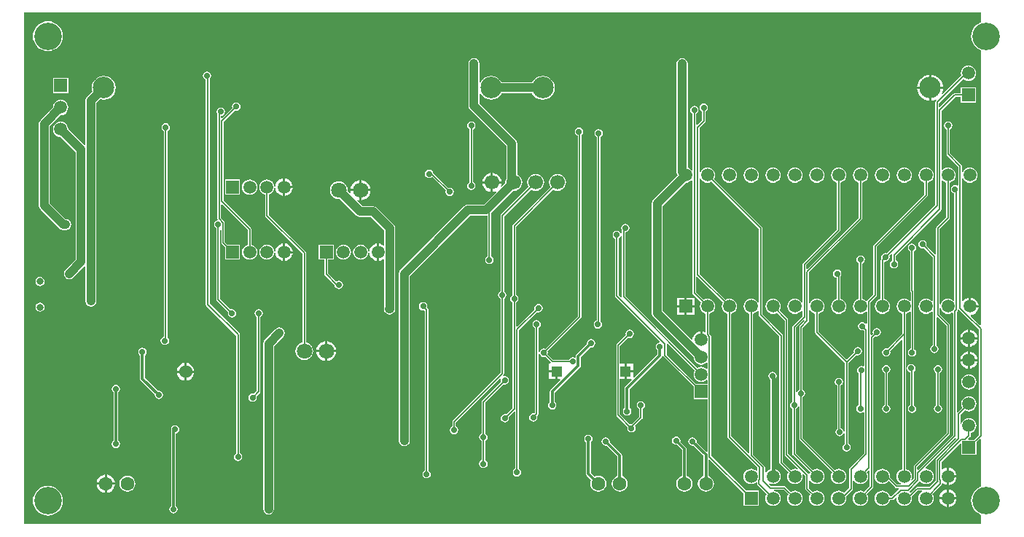
<source format=gbl>
G04*
G04 #@! TF.GenerationSoftware,Altium Limited,CircuitStudio,1.5.1 (13)*
G04*
G04 Layer_Physical_Order=2*
G04 Layer_Color=16711680*
%FSLAX25Y25*%
%MOIN*%
G70*
G01*
G75*
%ADD34C,0.00600*%
%ADD35C,0.01181*%
%ADD36C,0.03937*%
%ADD37C,0.01575*%
%ADD39C,0.00800*%
%ADD40R,0.05906X0.05906*%
%ADD41C,0.05906*%
%ADD42C,0.06693*%
%ADD43C,0.07087*%
%ADD44R,0.05906X0.05906*%
%ADD45C,0.09843*%
%ADD46C,0.06000*%
%ADD47C,0.12598*%
%ADD48C,0.06299*%
%ADD49C,0.03150*%
%ADD50R,0.05118X0.05118*%
%ADD51C,0.02756*%
G36*
X990467Y513781D02*
X990467Y513781D01*
X990732Y513604D01*
X990760Y513598D01*
X996822Y507536D01*
Y459393D01*
X994425Y456996D01*
X991986D01*
X991794Y457458D01*
X992703Y458366D01*
X992703Y458366D01*
X992880Y458631D01*
X992942Y458943D01*
X992942Y458943D01*
Y460168D01*
X993027Y460179D01*
X993867Y460527D01*
X994588Y461081D01*
X995142Y461802D01*
X995490Y462642D01*
X995609Y463543D01*
X995490Y464445D01*
X995142Y465285D01*
X994588Y466006D01*
X993867Y466559D01*
X993027Y466907D01*
X992126Y467026D01*
X991225Y466907D01*
X990385Y466559D01*
X989664Y466006D01*
X989110Y465285D01*
X988762Y464445D01*
X988717Y464104D01*
X988217Y464137D01*
Y468481D01*
X990316Y470580D01*
X990385Y470527D01*
X991225Y470179D01*
X992126Y470061D01*
X993027Y470179D01*
X993867Y470527D01*
X994588Y471081D01*
X995142Y471802D01*
X995490Y472642D01*
X995609Y473543D01*
X995490Y474445D01*
X995142Y475285D01*
X994588Y476006D01*
X993867Y476559D01*
X993027Y476907D01*
X992126Y477026D01*
X991225Y476907D01*
X990385Y476559D01*
X989664Y476006D01*
X989110Y475285D01*
X988762Y474445D01*
X988643Y473543D01*
X988762Y472642D01*
X989110Y471802D01*
X989163Y471734D01*
X987142Y469713D01*
X986642Y469920D01*
Y515694D01*
X986928Y515979D01*
X986928Y515979D01*
X987034Y516138D01*
X987105Y516244D01*
X987140Y516422D01*
X987191Y516461D01*
X987487Y516572D01*
X987667Y516581D01*
X990467Y513781D01*
D02*
G37*
G36*
X979583Y516369D02*
X980136Y515648D01*
X980857Y515094D01*
X981697Y514746D01*
X982598Y514628D01*
X983500Y514746D01*
X984340Y515094D01*
X984563Y515265D01*
X985011Y515044D01*
Y459393D01*
X968944Y443326D01*
X968483Y443518D01*
Y444494D01*
X983254Y459266D01*
X983254Y459266D01*
X983431Y459530D01*
X983493Y459842D01*
Y509449D01*
X983431Y509761D01*
X983254Y510026D01*
X983254Y510026D01*
X978768Y514511D01*
Y517092D01*
X979235Y517209D01*
X979583Y516369D01*
D02*
G37*
G36*
X986277Y457644D02*
X986299Y457531D01*
X977090Y448322D01*
X976913Y448058D01*
X976851Y447746D01*
X976851Y447746D01*
Y438305D01*
X976851Y438305D01*
X976862Y438252D01*
X974072Y435461D01*
X968504D01*
X968192Y435399D01*
X967927Y435222D01*
X967927Y435222D01*
X965711Y433006D01*
X965067Y433026D01*
X965065Y433028D01*
X964940Y433491D01*
X969344Y437894D01*
X969344Y437894D01*
X969368Y437930D01*
X969957Y437984D01*
X970057Y437852D01*
X970778Y437299D01*
X971618Y436951D01*
X972520Y436832D01*
X973421Y436951D01*
X974261Y437299D01*
X974982Y437852D01*
X975536Y438574D01*
X975884Y439414D01*
X976002Y440315D01*
X975884Y441216D01*
X975536Y442056D01*
X974982Y442777D01*
X974261Y443331D01*
X973421Y443679D01*
X972520Y443797D01*
X972416Y443784D01*
X972183Y444257D01*
X985734Y457809D01*
X986277Y457644D01*
D02*
G37*
G36*
X997638Y648121D02*
X997386Y648044D01*
X996204Y647413D01*
X995169Y646563D01*
X994319Y645528D01*
X993688Y644347D01*
X993299Y643065D01*
X993168Y641732D01*
X993299Y640399D01*
X993688Y639118D01*
X994319Y637937D01*
X995169Y636901D01*
X996204Y636052D01*
X997386Y635420D01*
X997638Y635344D01*
Y509681D01*
X997176Y509489D01*
X992994Y513671D01*
X993173Y514199D01*
X993630Y514259D01*
X994592Y514657D01*
X995418Y515291D01*
X996051Y516117D01*
X996449Y517078D01*
X996519Y517610D01*
X992598D01*
Y518110D01*
X992098D01*
Y522031D01*
X991566Y521961D01*
X990605Y521563D01*
X989779Y520929D01*
X989424Y520466D01*
X988924Y520636D01*
Y576653D01*
X989424Y576753D01*
X989583Y576369D01*
X990136Y575648D01*
X990857Y575094D01*
X991697Y574746D01*
X992598Y574628D01*
X993500Y574746D01*
X994340Y575094D01*
X995061Y575648D01*
X995614Y576369D01*
X995962Y577209D01*
X996081Y578110D01*
X995962Y579012D01*
X995614Y579851D01*
X995061Y580573D01*
X994340Y581126D01*
X993500Y581474D01*
X992598Y581593D01*
X991697Y581474D01*
X990857Y581126D01*
X990136Y580573D01*
X989583Y579851D01*
X989424Y579468D01*
X988924Y579567D01*
Y582365D01*
X988861Y582677D01*
X988791Y582783D01*
X988685Y582941D01*
X988685Y582941D01*
X983493Y588133D01*
Y599074D01*
X984031Y599434D01*
X984446Y600055D01*
X984592Y600787D01*
X984446Y601520D01*
X984031Y602141D01*
X983410Y602556D01*
X982677Y602702D01*
X981944Y602556D01*
X981323Y602141D01*
X980908Y601520D01*
X980762Y600787D01*
X980908Y600055D01*
X981323Y599434D01*
X981861Y599074D01*
Y587795D01*
X981861Y587795D01*
X981924Y587483D01*
X982100Y587219D01*
X987292Y582027D01*
Y573534D01*
X986792Y573267D01*
X986559Y573422D01*
X985827Y573568D01*
X985094Y573422D01*
X984473Y573007D01*
X984058Y572386D01*
X983912Y571654D01*
X984058Y570921D01*
X984473Y570300D01*
X985094Y569885D01*
X985486Y569807D01*
Y520840D01*
X985270Y520704D01*
X984986Y520630D01*
X984340Y521126D01*
X983500Y521474D01*
X982598Y521593D01*
X981697Y521474D01*
X980857Y521126D01*
X980136Y520573D01*
X979583Y519851D01*
X979235Y519012D01*
X978768Y519128D01*
Y553599D01*
X983175Y558006D01*
X983352Y558271D01*
X983414Y558583D01*
X983414Y558583D01*
Y574735D01*
X983500Y574746D01*
X984340Y575094D01*
X985061Y575648D01*
X985614Y576369D01*
X985962Y577209D01*
X986081Y578110D01*
X985962Y579012D01*
X985614Y579851D01*
X985061Y580573D01*
X984340Y581126D01*
X983500Y581474D01*
X982598Y581593D01*
X981697Y581474D01*
X980857Y581126D01*
X980136Y580573D01*
X980056Y580468D01*
X979556Y580638D01*
Y607536D01*
X985968Y613948D01*
X988476D01*
Y611311D01*
X995382D01*
Y618217D01*
X988476D01*
Y615579D01*
X985630D01*
X985630Y615579D01*
X985318Y615517D01*
X985053Y615341D01*
X985053Y615341D01*
X978837Y609124D01*
X978375Y609315D01*
Y611080D01*
X989540Y622245D01*
X990188Y621748D01*
X991028Y621400D01*
X991929Y621281D01*
X992830Y621400D01*
X993670Y621748D01*
X994392Y622301D01*
X994945Y623023D01*
X995293Y623862D01*
X995412Y624764D01*
X995293Y625665D01*
X994945Y626505D01*
X994392Y627226D01*
X993670Y627780D01*
X992830Y628128D01*
X991929Y628246D01*
X991028Y628128D01*
X990188Y627780D01*
X989467Y627226D01*
X988913Y626505D01*
X988565Y625665D01*
X988447Y624764D01*
X988565Y623862D01*
X988649Y623661D01*
X980074Y615086D01*
X979668Y615387D01*
X979906Y615833D01*
X980245Y616950D01*
X980310Y617610D01*
X974909D01*
Y612210D01*
X975570Y612275D01*
X976686Y612613D01*
X977133Y612852D01*
X977434Y612446D01*
X976982Y611994D01*
X976805Y611729D01*
X976743Y611417D01*
X976743Y611417D01*
Y564511D01*
X954572Y542340D01*
X953937Y542466D01*
X953204Y542320D01*
X952583Y541905D01*
X952168Y541284D01*
X952022Y540551D01*
X952149Y539916D01*
X952022Y539789D01*
X951845Y539525D01*
X951783Y539213D01*
X951783Y539213D01*
Y521485D01*
X951697Y521474D01*
X950857Y521126D01*
X950136Y520573D01*
X949582Y519851D01*
X949234Y519012D01*
X949116Y518110D01*
X949234Y517209D01*
X949582Y516369D01*
X950136Y515648D01*
X950857Y515094D01*
X951697Y514746D01*
X952598Y514628D01*
X953500Y514746D01*
X954340Y515094D01*
X955061Y515648D01*
X955614Y516369D01*
X955962Y517209D01*
X956081Y518110D01*
X955962Y519012D01*
X955614Y519851D01*
X955061Y520573D01*
X954340Y521126D01*
X953500Y521474D01*
X953414Y521485D01*
Y538346D01*
X953801Y538664D01*
X953937Y538636D01*
X954670Y538782D01*
X955291Y539197D01*
X955706Y539818D01*
X955852Y540551D01*
X955725Y541186D01*
X956617Y542078D01*
X957078Y541832D01*
X957058Y541732D01*
X957058Y541732D01*
Y539115D01*
X956520Y538756D01*
X956105Y538134D01*
X955959Y537402D01*
X956105Y536669D01*
X956520Y536048D01*
X957141Y535633D01*
X957874Y535487D01*
X958607Y535633D01*
X959228Y536048D01*
X959643Y536669D01*
X959789Y537402D01*
X959643Y538134D01*
X959228Y538756D01*
X958690Y539115D01*
Y541394D01*
X979317Y562022D01*
X979317Y562022D01*
X979494Y562286D01*
X979556Y562598D01*
X979556Y562599D01*
Y575582D01*
X980056Y575752D01*
X980136Y575648D01*
X980857Y575094D01*
X981697Y574746D01*
X981783Y574735D01*
Y558921D01*
X977376Y554514D01*
X977199Y554249D01*
X977137Y553937D01*
X977137Y553937D01*
Y542046D01*
X976637Y541839D01*
X972655Y545822D01*
X972781Y546457D01*
X972635Y547189D01*
X972220Y547811D01*
X971599Y548226D01*
X970866Y548371D01*
X970133Y548226D01*
X969512Y547811D01*
X969097Y547189D01*
X968951Y546457D01*
X969097Y545724D01*
X969512Y545103D01*
X970133Y544688D01*
X970866Y544542D01*
X971501Y544668D01*
X975562Y540607D01*
Y520697D01*
X975089Y520537D01*
X975061Y520573D01*
X974340Y521126D01*
X973500Y521474D01*
X972598Y521593D01*
X971697Y521474D01*
X970857Y521126D01*
X970136Y520573D01*
X969582Y519851D01*
X969234Y519012D01*
X969116Y518110D01*
X969234Y517209D01*
X969582Y516369D01*
X970136Y515648D01*
X970857Y515094D01*
X971697Y514746D01*
X972598Y514628D01*
X973500Y514746D01*
X974340Y515094D01*
X975061Y515648D01*
X975089Y515684D01*
X975562Y515523D01*
Y500336D01*
X975024Y499976D01*
X974609Y499355D01*
X974463Y498622D01*
X974609Y497889D01*
X975024Y497268D01*
X975645Y496853D01*
X976378Y496707D01*
X977111Y496853D01*
X977732Y497268D01*
X978147Y497889D01*
X978293Y498622D01*
X978147Y499355D01*
X977732Y499976D01*
X977194Y500336D01*
Y513072D01*
X977694Y513279D01*
X981861Y509111D01*
Y460180D01*
X967090Y445409D01*
X966913Y445144D01*
X966851Y444832D01*
X966851Y444832D01*
Y439265D01*
X966018Y438431D01*
X965594Y438715D01*
X965884Y439414D01*
X966002Y440315D01*
X965884Y441216D01*
X965536Y442056D01*
X964982Y442777D01*
X964261Y443331D01*
X963421Y443679D01*
X963335Y443690D01*
Y505118D01*
Y514725D01*
X963500Y514746D01*
X964340Y515094D01*
X965036Y515628D01*
X965207Y515600D01*
X965536Y515488D01*
Y498841D01*
X965409Y498816D01*
X964788Y498401D01*
X964373Y497780D01*
X964227Y497047D01*
X964373Y496314D01*
X964788Y495693D01*
X965409Y495278D01*
X966142Y495132D01*
X966875Y495278D01*
X967496Y495693D01*
X967911Y496314D01*
X968056Y497047D01*
X967911Y497780D01*
X967496Y498401D01*
X967167Y498621D01*
Y524987D01*
X967167Y524987D01*
X967105Y525300D01*
X967034Y525406D01*
X966957Y525520D01*
Y543168D01*
X967496Y543528D01*
X967911Y544149D01*
X968056Y544882D01*
X967911Y545615D01*
X967496Y546236D01*
X966875Y546651D01*
X966142Y546797D01*
X965409Y546651D01*
X964788Y546236D01*
X964373Y545615D01*
X964227Y544882D01*
X964373Y544149D01*
X964788Y543528D01*
X965326Y543168D01*
Y525197D01*
X965326Y525197D01*
X965388Y524885D01*
X965536Y524664D01*
Y520732D01*
X965207Y520621D01*
X965036Y520592D01*
X964340Y521126D01*
X963500Y521474D01*
X962598Y521593D01*
X961697Y521474D01*
X960857Y521126D01*
X960136Y520573D01*
X959583Y519851D01*
X959235Y519012D01*
X959116Y518110D01*
X959235Y517209D01*
X959583Y516369D01*
X960136Y515648D01*
X960857Y515094D01*
X961697Y514746D01*
X961704Y514745D01*
Y505574D01*
X954966Y498836D01*
X954331Y498962D01*
X953598Y498816D01*
X952977Y498401D01*
X952562Y497780D01*
X952416Y497047D01*
X952562Y496314D01*
X952977Y495693D01*
X953598Y495278D01*
X954331Y495132D01*
X955063Y495278D01*
X955685Y495693D01*
X956100Y496314D01*
X956245Y497047D01*
X956119Y497682D01*
X961242Y502805D01*
X961704Y502614D01*
Y443690D01*
X961618Y443679D01*
X960778Y443331D01*
X960057Y442777D01*
X959504Y442056D01*
X959156Y441216D01*
X959037Y440315D01*
X959156Y439414D01*
X959504Y438574D01*
X960057Y437852D01*
X960778Y437299D01*
X961156Y437142D01*
X961057Y436642D01*
X959393D01*
X955969Y440066D01*
X956002Y440315D01*
X955884Y441216D01*
X955536Y442056D01*
X954982Y442777D01*
X954261Y443331D01*
X953421Y443679D01*
X952520Y443797D01*
X951618Y443679D01*
X950778Y443331D01*
X950057Y442777D01*
X949504Y442056D01*
X949156Y441216D01*
X949037Y440315D01*
X949156Y439414D01*
X949504Y438574D01*
X950057Y437852D01*
X950778Y437299D01*
X951618Y436951D01*
X952520Y436832D01*
X953421Y436951D01*
X954261Y437299D01*
X954982Y437852D01*
X955139Y438057D01*
X955638Y438090D01*
X958478Y435250D01*
X958743Y435073D01*
X959055Y435011D01*
X959055Y435011D01*
X959974D01*
X960162Y434511D01*
X956782Y431131D01*
X955895D01*
X955884Y431216D01*
X955536Y432056D01*
X954982Y432778D01*
X954261Y433331D01*
X953421Y433679D01*
X952520Y433798D01*
X951618Y433679D01*
X950778Y433331D01*
X950057Y432778D01*
X949504Y432056D01*
X949156Y431216D01*
X949037Y430315D01*
X949156Y429414D01*
X949504Y428574D01*
X950057Y427852D01*
X950778Y427299D01*
X951618Y426951D01*
X952520Y426832D01*
X953421Y426951D01*
X954261Y427299D01*
X954982Y427852D01*
X955536Y428574D01*
X955884Y429414D01*
X955895Y429499D01*
X957120D01*
X957120Y429499D01*
X957432Y429561D01*
X957697Y429738D01*
X958603Y430645D01*
X959051Y430423D01*
X959037Y430315D01*
X959156Y429414D01*
X959504Y428574D01*
X960057Y427852D01*
X960778Y427299D01*
X961618Y426951D01*
X962520Y426832D01*
X963421Y426951D01*
X964261Y427299D01*
X964982Y427852D01*
X965536Y428574D01*
X965884Y429414D01*
X966002Y430315D01*
X965924Y430912D01*
X968842Y433830D01*
X970677D01*
X970778Y433331D01*
X970057Y432778D01*
X969504Y432056D01*
X969156Y431216D01*
X969037Y430315D01*
X969156Y429414D01*
X969504Y428574D01*
X970057Y427852D01*
X970778Y427299D01*
X971618Y426951D01*
X972520Y426832D01*
X973421Y426951D01*
X974261Y427299D01*
X974982Y427852D01*
X975536Y428574D01*
X975884Y429414D01*
X976002Y430315D01*
X975884Y431216D01*
X975536Y432056D01*
X975483Y432125D01*
X979545Y436186D01*
X979545Y436186D01*
X979721Y436451D01*
X979784Y436763D01*
X979784Y436763D01*
Y436867D01*
X980232Y437088D01*
X980526Y436862D01*
X981488Y436464D01*
X982020Y436394D01*
Y440315D01*
Y444236D01*
X981488Y444166D01*
X980526Y443768D01*
X980083Y443427D01*
X979583Y443674D01*
Y446883D01*
X988211Y455512D01*
X988673Y455321D01*
Y450091D01*
X995579D01*
Y455842D01*
X997176Y457440D01*
X997638Y457248D01*
Y435523D01*
X997386Y435446D01*
X996204Y434815D01*
X995169Y433965D01*
X994319Y432930D01*
X993688Y431748D01*
X993299Y430467D01*
X993168Y429134D01*
X993299Y427801D01*
X993688Y426519D01*
X994319Y425338D01*
X995169Y424303D01*
X996204Y423453D01*
X997386Y422822D01*
X997638Y422745D01*
Y418435D01*
X560167D01*
Y652431D01*
X997638D01*
Y648121D01*
D02*
G37*
%LPC*%
G36*
X634358Y492158D02*
Y488689D01*
X637827D01*
X637755Y489233D01*
X637352Y490206D01*
X636711Y491042D01*
X635876Y491683D01*
X634902Y492086D01*
X634358Y492158D01*
D02*
G37*
G36*
X838598Y491945D02*
X835539D01*
Y488886D01*
X838598D01*
Y491945D01*
D02*
G37*
G36*
X996047Y493043D02*
X992626D01*
Y489622D01*
X993158Y489692D01*
X994119Y490091D01*
X994945Y490724D01*
X995579Y491550D01*
X995977Y492511D01*
X996047Y493043D01*
D02*
G37*
G36*
X861024Y631651D02*
X860061Y631459D01*
X859244Y630913D01*
X858698Y630097D01*
X858507Y629134D01*
Y579685D01*
X858698Y578722D01*
X859080Y578151D01*
X847827Y566898D01*
X847281Y566081D01*
X847089Y565118D01*
Y514961D01*
X847281Y513998D01*
X847827Y513181D01*
X866214Y494793D01*
X866321Y493981D01*
X866669Y493141D01*
X867222Y492419D01*
X867944Y491866D01*
X868784Y491518D01*
X869685Y491399D01*
X870586Y491518D01*
X871426Y491866D01*
X872122Y492400D01*
X872294Y492372D01*
X872622Y492260D01*
Y489630D01*
X872294Y489518D01*
X872122Y489490D01*
X871426Y490024D01*
X870586Y490372D01*
X869685Y490490D01*
X868784Y490372D01*
X867944Y490024D01*
X867875Y489971D01*
X835068Y522779D01*
Y552028D01*
X835772Y552168D01*
X836393Y552583D01*
X836808Y553204D01*
X836954Y553937D01*
X836808Y554670D01*
X836393Y555291D01*
X835772Y555706D01*
X835039Y555852D01*
X834307Y555706D01*
X833685Y555291D01*
X833270Y554670D01*
X833125Y553937D01*
X833270Y553204D01*
X833436Y552956D01*
Y551243D01*
X832936Y551194D01*
X832871Y551520D01*
X832456Y552141D01*
X831835Y552556D01*
X831102Y552702D01*
X830370Y552556D01*
X829748Y552141D01*
X829333Y551520D01*
X829188Y550787D01*
X829333Y550055D01*
X829748Y549434D01*
X830287Y549074D01*
Y522835D01*
X830287Y522835D01*
X830349Y522522D01*
X830526Y522258D01*
X850792Y501991D01*
X850594Y501482D01*
X850055Y501375D01*
X849434Y500960D01*
X849018Y500339D01*
X848873Y499606D01*
X849018Y498874D01*
X849434Y498252D01*
X849675Y498091D01*
Y496130D01*
X839060Y485515D01*
X838598Y485706D01*
Y487886D01*
X835539D01*
Y484827D01*
X837719D01*
X837910Y484365D01*
X835040Y481495D01*
X834799Y481134D01*
X834715Y480709D01*
X834715Y480709D01*
Y471594D01*
X834473Y471433D01*
X834058Y470812D01*
X833912Y470079D01*
X834058Y469346D01*
X834473Y468725D01*
X835094Y468310D01*
X835827Y468164D01*
X836559Y468310D01*
X837181Y468725D01*
X837596Y469346D01*
X837741Y470079D01*
X837596Y470812D01*
X837181Y471433D01*
X836939Y471594D01*
Y480248D01*
X851574Y494883D01*
X851574Y494883D01*
X851815Y495244D01*
X851862Y495480D01*
X852372D01*
X852396Y495357D01*
X852573Y495092D01*
X866232Y481433D01*
Y475681D01*
X872622D01*
Y451651D01*
X872160Y451460D01*
X867606Y456014D01*
X867663Y456299D01*
X867517Y457032D01*
X867102Y457653D01*
X866481Y458068D01*
X865748Y458214D01*
X865015Y458068D01*
X864394Y457653D01*
X863979Y457032D01*
X863833Y456299D01*
X863979Y455567D01*
X864394Y454945D01*
X865015Y454530D01*
X865748Y454385D01*
X866033Y454441D01*
X870739Y449736D01*
Y440498D01*
X870010Y440196D01*
X869248Y439611D01*
X868662Y438848D01*
X868295Y437961D01*
X868169Y437008D01*
X868295Y436055D01*
X868662Y435167D01*
X869248Y434405D01*
X870010Y433820D01*
X870898Y433452D01*
X871850Y433327D01*
X872803Y433452D01*
X873691Y433820D01*
X874453Y434405D01*
X875038Y435167D01*
X875406Y436055D01*
X875531Y437008D01*
X875406Y437961D01*
X875038Y438848D01*
X874453Y439611D01*
X873691Y440196D01*
X872962Y440498D01*
Y448066D01*
X873424Y448257D01*
X889067Y432614D01*
Y426862D01*
X895972D01*
Y433768D01*
X890221D01*
X874253Y449735D01*
Y504310D01*
X874191Y504623D01*
X874121Y504729D01*
X874015Y504887D01*
X874015Y504887D01*
X873414Y505488D01*
Y514735D01*
X873500Y514746D01*
X874340Y515094D01*
X875061Y515648D01*
X875614Y516369D01*
X875962Y517209D01*
X876081Y518110D01*
X875962Y519012D01*
X875614Y519851D01*
X875061Y520573D01*
X874340Y521126D01*
X873500Y521474D01*
X872598Y521593D01*
X871697Y521474D01*
X870857Y521126D01*
X870789Y521074D01*
X867351Y524511D01*
Y531497D01*
X867851Y531704D01*
X879635Y519920D01*
X879583Y519851D01*
X879235Y519012D01*
X879116Y518110D01*
X879235Y517209D01*
X879583Y516369D01*
X880136Y515648D01*
X880857Y515094D01*
X881697Y514746D01*
X881783Y514735D01*
Y458366D01*
X881783Y458366D01*
X881845Y458053D01*
X882022Y457789D01*
X895457Y444354D01*
Y442937D01*
X895128Y442825D01*
X894957Y442797D01*
X894261Y443331D01*
X893421Y443679D01*
X892520Y443797D01*
X891618Y443679D01*
X890778Y443331D01*
X890057Y442777D01*
X889504Y442056D01*
X889156Y441216D01*
X889037Y440315D01*
X889156Y439414D01*
X889504Y438574D01*
X890057Y437852D01*
X890778Y437299D01*
X891618Y436951D01*
X892520Y436832D01*
X893421Y436951D01*
X894261Y437299D01*
X894747Y437672D01*
X895247Y437426D01*
Y436772D01*
X895247Y436772D01*
X895309Y436459D01*
X895486Y436195D01*
X899556Y432125D01*
X899504Y432056D01*
X899156Y431216D01*
X899037Y430315D01*
X899156Y429414D01*
X899504Y428574D01*
X900057Y427852D01*
X900778Y427299D01*
X901618Y426951D01*
X902520Y426832D01*
X903421Y426951D01*
X904261Y427299D01*
X904982Y427852D01*
X905536Y428574D01*
X905884Y429414D01*
X906002Y430315D01*
X905884Y431216D01*
X905536Y432056D01*
X904982Y432778D01*
X904261Y433331D01*
X903421Y433679D01*
X903080Y433724D01*
X903113Y434224D01*
X907457D01*
X909556Y432125D01*
X909504Y432056D01*
X909156Y431216D01*
X909037Y430315D01*
X909156Y429414D01*
X909504Y428574D01*
X910057Y427852D01*
X910778Y427299D01*
X911618Y426951D01*
X912520Y426832D01*
X913421Y426951D01*
X914261Y427299D01*
X914982Y427852D01*
X915536Y428574D01*
X915884Y429414D01*
X916002Y430315D01*
X915884Y431216D01*
X915536Y432056D01*
X914982Y432778D01*
X914261Y433331D01*
X913421Y433679D01*
X912520Y433798D01*
X911618Y433679D01*
X910778Y433331D01*
X910710Y433278D01*
X908372Y435616D01*
X908107Y435793D01*
X907795Y435855D01*
X907795Y435855D01*
X901519D01*
X900464Y436910D01*
X900778Y437299D01*
X901618Y436951D01*
X902520Y436832D01*
X903421Y436951D01*
X904261Y437299D01*
X904982Y437852D01*
X905536Y438574D01*
X905884Y439414D01*
X906002Y440315D01*
X905884Y441216D01*
X905536Y442056D01*
X904982Y442777D01*
X904261Y443331D01*
X903832Y443508D01*
Y485040D01*
X904131Y485488D01*
X904277Y486221D01*
X904131Y486953D01*
X903716Y487574D01*
X903095Y487990D01*
X902362Y488135D01*
X901630Y487990D01*
X901008Y487574D01*
X900593Y486953D01*
X900447Y486221D01*
X900593Y485488D01*
X901008Y484867D01*
X901207Y484734D01*
Y443508D01*
X900778Y443331D01*
X900057Y442777D01*
X899504Y442056D01*
X899347Y441678D01*
X898847Y441778D01*
Y444488D01*
X898847Y444488D01*
X898785Y444800D01*
X898714Y444906D01*
X898608Y445065D01*
X898608Y445065D01*
X893414Y450259D01*
Y514735D01*
X893500Y514746D01*
X894340Y515094D01*
X895061Y515648D01*
X895535Y516265D01*
X895984Y516164D01*
X896035Y516136D01*
Y514173D01*
X896035Y514173D01*
X896097Y513861D01*
X896274Y513596D01*
X905484Y504387D01*
Y446535D01*
X905484Y446535D01*
X905546Y446223D01*
X905722Y445959D01*
X909556Y442125D01*
X909504Y442056D01*
X909156Y441216D01*
X909037Y440315D01*
X909156Y439414D01*
X909504Y438574D01*
X910057Y437852D01*
X910778Y437299D01*
X911618Y436951D01*
X912520Y436832D01*
X913421Y436951D01*
X914261Y437299D01*
X914982Y437852D01*
X915536Y438574D01*
X915884Y439414D01*
X916002Y440315D01*
X915884Y441216D01*
X915817Y441378D01*
X916241Y441661D01*
X917295Y440607D01*
Y434725D01*
X917295Y434724D01*
X917357Y434412D01*
X917533Y434148D01*
X919556Y432125D01*
X919504Y432056D01*
X919156Y431216D01*
X919037Y430315D01*
X919156Y429414D01*
X919504Y428574D01*
X920057Y427852D01*
X920778Y427299D01*
X921618Y426951D01*
X922520Y426832D01*
X923421Y426951D01*
X924261Y427299D01*
X924982Y427852D01*
X925536Y428574D01*
X925884Y429414D01*
X926002Y430315D01*
X925884Y431216D01*
X925536Y432056D01*
X924982Y432778D01*
X924261Y433331D01*
X923421Y433679D01*
X922520Y433798D01*
X921618Y433679D01*
X920778Y433331D01*
X920710Y433278D01*
X918926Y435062D01*
Y438662D01*
X919426Y438762D01*
X919504Y438574D01*
X920057Y437852D01*
X920778Y437299D01*
X921618Y436951D01*
X922520Y436832D01*
X923421Y436951D01*
X924261Y437299D01*
X924982Y437852D01*
X925536Y438574D01*
X925884Y439414D01*
X926002Y440315D01*
X925884Y441216D01*
X925536Y442056D01*
X924982Y442777D01*
X924261Y443331D01*
X923421Y443679D01*
X922520Y443797D01*
X921618Y443679D01*
X920778Y443331D01*
X920710Y443278D01*
X913020Y450968D01*
Y471121D01*
X913559Y471481D01*
X913974Y472102D01*
X914039Y472428D01*
X914539Y472379D01*
Y457480D01*
X914539Y457480D01*
X914601Y457168D01*
X914778Y456904D01*
X929556Y442125D01*
X929504Y442056D01*
X929156Y441216D01*
X929037Y440315D01*
X929156Y439414D01*
X929504Y438574D01*
X930057Y437852D01*
X930778Y437299D01*
X931618Y436951D01*
X932520Y436832D01*
X933421Y436951D01*
X934261Y437299D01*
X934982Y437852D01*
X935536Y438574D01*
X935884Y439414D01*
X936002Y440315D01*
X935884Y441216D01*
X935536Y442056D01*
X934982Y442777D01*
X934261Y443331D01*
X933421Y443679D01*
X932520Y443797D01*
X931618Y443679D01*
X930778Y443331D01*
X930710Y443278D01*
X916170Y457818D01*
Y476633D01*
X916708Y476993D01*
X917123Y477614D01*
X917269Y478346D01*
X917123Y479079D01*
X916708Y479700D01*
X916170Y480060D01*
Y508323D01*
X918687Y510841D01*
X918687Y510841D01*
X918864Y511105D01*
X918926Y511417D01*
X918926Y511417D01*
Y516647D01*
X919426Y516747D01*
X919582Y516369D01*
X920136Y515648D01*
X920857Y515094D01*
X921697Y514746D01*
X921783Y514735D01*
Y506142D01*
X921783Y506142D01*
X921845Y505830D01*
X922022Y505565D01*
X935405Y492182D01*
Y461085D01*
X934905Y461036D01*
X934840Y461363D01*
X934425Y461984D01*
X933804Y462399D01*
X933493Y462461D01*
Y481751D01*
X934031Y482111D01*
X934446Y482732D01*
X934592Y483465D01*
X934446Y484197D01*
X934031Y484819D01*
X933410Y485234D01*
X932677Y485379D01*
X931944Y485234D01*
X931323Y484819D01*
X930908Y484197D01*
X930762Y483465D01*
X930908Y482732D01*
X931323Y482111D01*
X931861Y481751D01*
Y462080D01*
X931717Y461984D01*
X931302Y461363D01*
X931156Y460630D01*
X931302Y459897D01*
X931717Y459276D01*
X932338Y458861D01*
X933071Y458715D01*
X933804Y458861D01*
X934425Y459276D01*
X934840Y459897D01*
X934905Y460224D01*
X935405Y460174D01*
Y455257D01*
X934867Y454897D01*
X934451Y454276D01*
X934306Y453543D01*
X934451Y452811D01*
X934867Y452189D01*
X935488Y451774D01*
X936220Y451629D01*
X936953Y451774D01*
X937574Y452189D01*
X937990Y452811D01*
X938135Y453543D01*
X937990Y454276D01*
X937574Y454897D01*
X937036Y455257D01*
Y492182D01*
X940704Y495849D01*
X941339Y495723D01*
X942071Y495869D01*
X942692Y496284D01*
X943108Y496905D01*
X943253Y497638D01*
X943108Y498371D01*
X942692Y498992D01*
X942071Y499407D01*
X941339Y499552D01*
X940606Y499407D01*
X939985Y498992D01*
X939570Y498371D01*
X939424Y497638D01*
X939550Y497003D01*
X936471Y493923D01*
X935970D01*
X923414Y506480D01*
Y514735D01*
X923500Y514746D01*
X924340Y515094D01*
X925061Y515648D01*
X925614Y516369D01*
X925962Y517209D01*
X926081Y518110D01*
X925962Y519012D01*
X925614Y519851D01*
X925061Y520573D01*
X924340Y521126D01*
X923500Y521474D01*
X922598Y521593D01*
X921697Y521474D01*
X920857Y521126D01*
X920136Y520573D01*
X919582Y519851D01*
X919426Y519474D01*
X918926Y519573D01*
Y533520D01*
X943175Y557770D01*
X943352Y558034D01*
X943414Y558347D01*
X943414Y558347D01*
Y574735D01*
X943500Y574746D01*
X944340Y575094D01*
X945061Y575648D01*
X945614Y576369D01*
X945962Y577209D01*
X946081Y578110D01*
X945962Y579012D01*
X945614Y579851D01*
X945061Y580573D01*
X944340Y581126D01*
X943500Y581474D01*
X942598Y581593D01*
X941697Y581474D01*
X940857Y581126D01*
X940136Y580573D01*
X939583Y579851D01*
X939235Y579012D01*
X939116Y578110D01*
X939235Y577209D01*
X939583Y576369D01*
X940136Y575648D01*
X940857Y575094D01*
X941697Y574746D01*
X941783Y574735D01*
Y558684D01*
X918207Y535108D01*
X917745Y535300D01*
Y537064D01*
X933175Y552494D01*
X933175Y552494D01*
X933281Y552653D01*
X933352Y552759D01*
X933414Y553071D01*
Y574735D01*
X933500Y574746D01*
X934340Y575094D01*
X935061Y575648D01*
X935614Y576369D01*
X935962Y577209D01*
X936081Y578110D01*
X935962Y579012D01*
X935614Y579851D01*
X935061Y580573D01*
X934340Y581126D01*
X933500Y581474D01*
X932598Y581593D01*
X931697Y581474D01*
X930857Y581126D01*
X930136Y580573D01*
X929583Y579851D01*
X929235Y579012D01*
X929116Y578110D01*
X929235Y577209D01*
X929583Y576369D01*
X930136Y575648D01*
X930857Y575094D01*
X931697Y574746D01*
X931783Y574735D01*
Y553409D01*
X916352Y537978D01*
X916176Y537714D01*
X916113Y537402D01*
X916113Y537401D01*
Y519953D01*
X915614Y519851D01*
X915061Y520573D01*
X914340Y521126D01*
X913500Y521474D01*
X912598Y521593D01*
X911697Y521474D01*
X910857Y521126D01*
X910136Y520573D01*
X909583Y519851D01*
X909235Y519012D01*
X909116Y518110D01*
X909235Y517209D01*
X909583Y516369D01*
X910136Y515648D01*
X910857Y515094D01*
X911697Y514746D01*
X912598Y514628D01*
X913500Y514746D01*
X914340Y515094D01*
X915061Y515648D01*
X915614Y516369D01*
X916113Y516267D01*
Y513724D01*
X911628Y509238D01*
X911451Y508974D01*
X911389Y508661D01*
X911389Y508661D01*
Y474548D01*
X910851Y474189D01*
X910436Y473567D01*
X910290Y472835D01*
X910436Y472102D01*
X910851Y471481D01*
X911389Y471121D01*
Y450630D01*
X911389Y450630D01*
X911451Y450318D01*
X911628Y450053D01*
X919556Y442125D01*
X919504Y442056D01*
X919282Y441522D01*
X918720Y441472D01*
X918687Y441522D01*
X909477Y450732D01*
Y512047D01*
X909415Y512359D01*
X909344Y512465D01*
X909238Y512624D01*
X909238Y512624D01*
X905562Y516300D01*
X905614Y516369D01*
X905962Y517209D01*
X906081Y518110D01*
X905962Y519012D01*
X905614Y519851D01*
X905061Y520573D01*
X904340Y521126D01*
X903500Y521474D01*
X902598Y521593D01*
X901697Y521474D01*
X900857Y521126D01*
X900136Y520573D01*
X899582Y519851D01*
X899234Y519012D01*
X899116Y518110D01*
X899234Y517209D01*
X899582Y516369D01*
X900136Y515648D01*
X900857Y515094D01*
X901697Y514746D01*
X902598Y514628D01*
X903500Y514746D01*
X904340Y515094D01*
X904408Y515147D01*
X907846Y511709D01*
Y450394D01*
X907846Y450394D01*
X907908Y450081D01*
X908085Y449817D01*
X913866Y444036D01*
X913583Y443612D01*
X913421Y443679D01*
X912520Y443797D01*
X911618Y443679D01*
X910778Y443331D01*
X910710Y443278D01*
X907115Y446873D01*
Y504724D01*
X907115Y504724D01*
X907053Y505036D01*
X906876Y505301D01*
X906876Y505301D01*
X897666Y514511D01*
Y553858D01*
X897604Y554170D01*
X897427Y554435D01*
X897427Y554435D01*
X875562Y576300D01*
X875614Y576369D01*
X875962Y577209D01*
X876081Y578110D01*
X875962Y579012D01*
X875614Y579851D01*
X875061Y580573D01*
X874340Y581126D01*
X873500Y581474D01*
X872598Y581593D01*
X871697Y581474D01*
X870857Y581126D01*
X870136Y580573D01*
X869582Y579851D01*
X869426Y579474D01*
X868926Y579573D01*
Y599662D01*
X871443Y602179D01*
X871443Y602179D01*
X871549Y602338D01*
X871620Y602444D01*
X871682Y602756D01*
X871682Y602756D01*
Y607341D01*
X872220Y607701D01*
X872635Y608322D01*
X872781Y609055D01*
X872635Y609788D01*
X872220Y610409D01*
X871599Y610824D01*
X870866Y610970D01*
X870133Y610824D01*
X869512Y610409D01*
X869097Y609788D01*
X868951Y609055D01*
X869097Y608322D01*
X869512Y607701D01*
X870051Y607341D01*
Y603094D01*
X867851Y600894D01*
X867351Y601101D01*
Y606160D01*
X867889Y606520D01*
X868304Y607141D01*
X868450Y607874D01*
X868304Y608607D01*
X867889Y609228D01*
X867268Y609643D01*
X866535Y609789D01*
X865803Y609643D01*
X865182Y609228D01*
X864766Y608607D01*
X864621Y607874D01*
X864766Y607141D01*
X865182Y606520D01*
X865720Y606160D01*
Y580536D01*
X865220Y580366D01*
X865061Y580573D01*
X864340Y581126D01*
X863540Y581457D01*
Y629134D01*
X863349Y630097D01*
X862803Y630913D01*
X861987Y631459D01*
X861024Y631651D01*
D02*
G37*
G36*
X633358Y487689D02*
X629890D01*
X629961Y487145D01*
X630364Y486172D01*
X631005Y485336D01*
X631841Y484695D01*
X632814Y484292D01*
X633358Y484220D01*
Y487689D01*
D02*
G37*
G36*
X992126Y487026D02*
X991225Y486907D01*
X990385Y486559D01*
X989664Y486006D01*
X989110Y485285D01*
X988762Y484445D01*
X988643Y483543D01*
X988762Y482642D01*
X989110Y481802D01*
X989664Y481081D01*
X990385Y480527D01*
X991225Y480179D01*
X992126Y480061D01*
X993027Y480179D01*
X993867Y480527D01*
X994588Y481081D01*
X995142Y481802D01*
X995490Y482642D01*
X995609Y483543D01*
X995490Y484445D01*
X995142Y485285D01*
X994588Y486006D01*
X993867Y486559D01*
X993027Y486907D01*
X992126Y487026D01*
D02*
G37*
G36*
X667323Y516875D02*
X666590Y516730D01*
X665969Y516315D01*
X665554Y515693D01*
X665408Y514961D01*
X665554Y514228D01*
X665969Y513607D01*
X666507Y513247D01*
Y479472D01*
X665202Y478166D01*
X664567Y478293D01*
X663834Y478147D01*
X663213Y477732D01*
X662798Y477111D01*
X662652Y476378D01*
X662798Y475645D01*
X663213Y475024D01*
X663834Y474609D01*
X664567Y474463D01*
X665300Y474609D01*
X665921Y475024D01*
X666336Y475645D01*
X666482Y476378D01*
X666355Y477013D01*
X667900Y478557D01*
X667900Y478557D01*
X668076Y478822D01*
X668139Y479134D01*
X668139Y479134D01*
Y513247D01*
X668677Y513607D01*
X669092Y514228D01*
X669238Y514961D01*
X669092Y515693D01*
X668677Y516315D01*
X668056Y516730D01*
X667323Y516875D01*
D02*
G37*
G36*
X633358Y492158D02*
X632814Y492086D01*
X631841Y491683D01*
X631005Y491042D01*
X630364Y490206D01*
X629961Y489233D01*
X629890Y488689D01*
X633358D01*
Y492158D01*
D02*
G37*
G36*
X803043Y487886D02*
X799984D01*
Y484827D01*
X803043D01*
Y487886D01*
D02*
G37*
G36*
X637827Y487689D02*
X634358D01*
Y484220D01*
X634902Y484292D01*
X635876Y484695D01*
X636711Y485336D01*
X637352Y486172D01*
X637755Y487145D01*
X637827Y487689D01*
D02*
G37*
G36*
X991626Y493043D02*
X988205D01*
X988275Y492511D01*
X988673Y491550D01*
X989307Y490724D01*
X990133Y490091D01*
X991094Y489692D01*
X991626Y489622D01*
Y493043D01*
D02*
G37*
G36*
X624803Y601915D02*
X624070Y601769D01*
X623449Y601354D01*
X623034Y600733D01*
X622888Y600000D01*
X623034Y599267D01*
X623449Y598646D01*
X623987Y598286D01*
Y504193D01*
X623677Y504131D01*
X623056Y503716D01*
X622641Y503095D01*
X622495Y502362D01*
X622641Y501629D01*
X623056Y501008D01*
X623677Y500593D01*
X624409Y500448D01*
X625142Y500593D01*
X625763Y501008D01*
X626178Y501629D01*
X626324Y502362D01*
X626178Y503095D01*
X625763Y503716D01*
X625619Y503813D01*
Y598286D01*
X626157Y598646D01*
X626572Y599267D01*
X626718Y600000D01*
X626572Y600733D01*
X626157Y601354D01*
X625536Y601769D01*
X624803Y601915D01*
D02*
G37*
G36*
X991626Y503043D02*
X988205D01*
X988275Y502511D01*
X988673Y501550D01*
X989307Y500724D01*
X990133Y500091D01*
X991094Y499692D01*
X991626Y499622D01*
Y503043D01*
D02*
G37*
G36*
X996047D02*
X992626D01*
Y499622D01*
X993158Y499692D01*
X994119Y500091D01*
X994945Y500724D01*
X995579Y501550D01*
X995977Y502511D01*
X996047Y503043D01*
D02*
G37*
G36*
X992626Y507464D02*
Y504043D01*
X996047D01*
X995977Y504575D01*
X995579Y505537D01*
X994945Y506362D01*
X994119Y506996D01*
X993158Y507394D01*
X992626Y507464D01*
D02*
G37*
G36*
X991626D02*
X991094Y507394D01*
X990133Y506996D01*
X989307Y506362D01*
X988673Y505537D01*
X988275Y504575D01*
X988205Y504043D01*
X991626D01*
Y507464D01*
D02*
G37*
G36*
X837008Y507427D02*
X836275Y507281D01*
X835654Y506866D01*
X835239Y506245D01*
X835093Y505512D01*
X835219Y504877D01*
X831104Y500761D01*
X830927Y500496D01*
X830865Y500184D01*
X830865Y500184D01*
Y468517D01*
X830865Y468516D01*
X830927Y468204D01*
X831104Y467940D01*
X836007Y463036D01*
X835880Y462402D01*
X836026Y461669D01*
X836441Y461048D01*
X837062Y460633D01*
X837795Y460487D01*
X838528Y460633D01*
X839149Y461048D01*
X839564Y461669D01*
X839710Y462402D01*
X839564Y463134D01*
X839375Y463418D01*
X842703Y466746D01*
X842703Y466746D01*
X842880Y467011D01*
X842942Y467323D01*
X842942Y467323D01*
Y471121D01*
X843480Y471481D01*
X843895Y472102D01*
X844041Y472835D01*
X843895Y473567D01*
X843480Y474189D01*
X842859Y474604D01*
X842126Y474749D01*
X841393Y474604D01*
X840772Y474189D01*
X840357Y473567D01*
X840211Y472835D01*
X840357Y472102D01*
X840772Y471481D01*
X841310Y471121D01*
Y467661D01*
X837938Y464288D01*
X837795Y464316D01*
X837160Y464190D01*
X832496Y468854D01*
Y484827D01*
X834539D01*
Y488386D01*
Y491945D01*
X832496D01*
Y499846D01*
X836373Y503723D01*
X837008Y503597D01*
X837741Y503743D01*
X838362Y504158D01*
X838777Y504779D01*
X838923Y505512D01*
X838777Y506245D01*
X838362Y506866D01*
X837741Y507281D01*
X837008Y507427D01*
D02*
G37*
G36*
X813780Y599946D02*
X813047Y599800D01*
X812426Y599385D01*
X812010Y598764D01*
X811865Y598032D01*
X812010Y597299D01*
X812426Y596678D01*
X813047Y596263D01*
X813358Y596201D01*
Y513724D01*
X798273Y498639D01*
X797638Y498765D01*
X796905Y498619D01*
X796284Y498204D01*
X795869Y497583D01*
X795804Y497257D01*
X795304Y497306D01*
Y508129D01*
X795842Y508489D01*
X796257Y509110D01*
X796403Y509842D01*
X796257Y510575D01*
X795842Y511196D01*
X795221Y511612D01*
X794488Y511757D01*
X793755Y511612D01*
X793134Y511196D01*
X792719Y510575D01*
X792573Y509842D01*
X792719Y509110D01*
X793134Y508489D01*
X793673Y508129D01*
Y469584D01*
X793195Y469182D01*
X792913Y469238D01*
X792181Y469092D01*
X791560Y468677D01*
X791144Y468056D01*
X790999Y467323D01*
X791144Y466590D01*
X791560Y465969D01*
X792181Y465554D01*
X792913Y465408D01*
X793646Y465554D01*
X794267Y465969D01*
X794682Y466590D01*
X794828Y467323D01*
X794702Y467958D01*
X795065Y468321D01*
X795065Y468321D01*
X795171Y468479D01*
X795242Y468585D01*
X795304Y468898D01*
Y496395D01*
X795804Y496444D01*
X795869Y496118D01*
X796284Y495497D01*
X796905Y495081D01*
X797638Y494936D01*
X798273Y495062D01*
X800890Y492445D01*
X800759Y492018D01*
X800704Y491945D01*
X799984D01*
Y488886D01*
X803543D01*
Y488386D01*
X804043D01*
Y484827D01*
X805058D01*
X805249Y484365D01*
X800789Y479904D01*
X800548Y479544D01*
X800463Y479118D01*
X800463Y479118D01*
Y474350D01*
X800221Y474189D01*
X799806Y473567D01*
X799660Y472835D01*
X799806Y472102D01*
X800221Y471481D01*
X800842Y471066D01*
X801575Y470920D01*
X802308Y471066D01*
X802929Y471481D01*
X803344Y472102D01*
X803489Y472835D01*
X803344Y473567D01*
X802929Y474189D01*
X802687Y474350D01*
Y478657D01*
X814278Y490249D01*
X814519Y490610D01*
X814604Y491035D01*
X814604Y491036D01*
Y494921D01*
X819006Y499323D01*
X819291Y499266D01*
X820024Y499412D01*
X820645Y499827D01*
X821060Y500448D01*
X821206Y501181D01*
X821060Y501914D01*
X820645Y502535D01*
X820024Y502950D01*
X819291Y503096D01*
X818559Y502950D01*
X817937Y502535D01*
X817522Y501914D01*
X817377Y501181D01*
X817433Y500896D01*
X812706Y496168D01*
X812465Y495807D01*
X812380Y495382D01*
X812380Y495382D01*
Y494867D01*
X811880Y494600D01*
X811756Y494682D01*
X811024Y494828D01*
X810291Y494682D01*
X809670Y494267D01*
X809310Y493729D01*
X801913D01*
X799426Y496215D01*
X799552Y496850D01*
X799426Y497485D01*
X814750Y512809D01*
X814927Y513074D01*
X814989Y513386D01*
X814989Y513386D01*
Y596581D01*
X815133Y596678D01*
X815549Y597299D01*
X815694Y598032D01*
X815549Y598764D01*
X815133Y599385D01*
X814512Y599800D01*
X813780Y599946D01*
D02*
G37*
G36*
X991626Y497464D02*
X991094Y497394D01*
X990133Y496996D01*
X989307Y496362D01*
X988673Y495537D01*
X988275Y494575D01*
X988205Y494043D01*
X991626D01*
Y497464D01*
D02*
G37*
G36*
X702706Y497138D02*
X698689D01*
Y493121D01*
X699375Y493211D01*
X700480Y493669D01*
X701429Y494397D01*
X702157Y495346D01*
X702615Y496452D01*
X702706Y497138D01*
D02*
G37*
G36*
X697689D02*
X693672D01*
X693763Y496452D01*
X694220Y495346D01*
X694949Y494397D01*
X695898Y493669D01*
X697003Y493211D01*
X697689Y493121D01*
Y497138D01*
D02*
G37*
G36*
X698689Y502154D02*
Y498138D01*
X702706D01*
X702615Y498824D01*
X702157Y499929D01*
X701429Y500878D01*
X700480Y501606D01*
X699375Y502064D01*
X698689Y502154D01*
D02*
G37*
G36*
X697689D02*
X697003Y502064D01*
X695898Y501606D01*
X694949Y500878D01*
X694220Y499929D01*
X693763Y498824D01*
X693672Y498138D01*
X697689D01*
Y502154D01*
D02*
G37*
G36*
X992626Y497464D02*
Y494043D01*
X996047D01*
X995977Y494575D01*
X995579Y495537D01*
X994945Y496362D01*
X994119Y496996D01*
X993158Y497394D01*
X992626Y497464D01*
D02*
G37*
G36*
X601560Y436508D02*
X597941D01*
Y432888D01*
X598524Y432965D01*
X599534Y433383D01*
X600400Y434048D01*
X601066Y434915D01*
X601484Y435925D01*
X601560Y436508D01*
D02*
G37*
G36*
X596941D02*
X593321D01*
X593398Y435925D01*
X593816Y434915D01*
X594481Y434048D01*
X595348Y433383D01*
X596358Y432965D01*
X596941Y432888D01*
Y436508D01*
D02*
G37*
G36*
X983020Y434236D02*
Y430815D01*
X986441D01*
X986371Y431347D01*
X985972Y432308D01*
X985339Y433134D01*
X984513Y433768D01*
X983552Y434166D01*
X983020Y434236D01*
D02*
G37*
G36*
X825984Y458214D02*
X825251Y458068D01*
X824630Y457653D01*
X824215Y457032D01*
X824069Y456299D01*
X824215Y455567D01*
X824630Y454945D01*
X825251Y454530D01*
X825984Y454385D01*
X826270Y454441D01*
X831368Y449343D01*
Y440498D01*
X830640Y440196D01*
X829877Y439611D01*
X829292Y438848D01*
X828925Y437961D01*
X828799Y437008D01*
X828925Y436055D01*
X829292Y435167D01*
X829877Y434405D01*
X830640Y433820D01*
X831528Y433452D01*
X832480Y433327D01*
X833433Y433452D01*
X834321Y433820D01*
X835083Y434405D01*
X835668Y435167D01*
X836036Y436055D01*
X836161Y437008D01*
X836036Y437961D01*
X835668Y438848D01*
X835083Y439611D01*
X834321Y440196D01*
X833592Y440498D01*
Y449803D01*
X833592Y449803D01*
X833508Y450229D01*
X833267Y450589D01*
X827842Y456014D01*
X827899Y456299D01*
X827753Y457032D01*
X827338Y457653D01*
X826717Y458068D01*
X825984Y458214D01*
D02*
G37*
G36*
X818110Y459395D02*
X817377Y459249D01*
X816756Y458834D01*
X816341Y458213D01*
X816195Y457480D01*
X816341Y456748D01*
X816756Y456126D01*
X816998Y455965D01*
Y441536D01*
X816998Y441535D01*
X817083Y441110D01*
X817324Y440749D01*
X819384Y438689D01*
X819082Y437961D01*
X818957Y437008D01*
X819082Y436055D01*
X819450Y435167D01*
X820035Y434405D01*
X820797Y433820D01*
X821685Y433452D01*
X822638Y433327D01*
X823590Y433452D01*
X824478Y433820D01*
X825241Y434405D01*
X825826Y435167D01*
X826194Y436055D01*
X826319Y437008D01*
X826194Y437961D01*
X825826Y438848D01*
X825241Y439611D01*
X824478Y440196D01*
X823590Y440563D01*
X822638Y440689D01*
X821685Y440563D01*
X820956Y440262D01*
X819222Y441996D01*
Y455965D01*
X819464Y456126D01*
X819879Y456748D01*
X820025Y457480D01*
X819879Y458213D01*
X819464Y458834D01*
X818843Y459249D01*
X818110Y459395D01*
D02*
G37*
G36*
X607283Y440689D02*
X606331Y440563D01*
X605443Y440196D01*
X604681Y439611D01*
X604096Y438848D01*
X603728Y437961D01*
X603602Y437008D01*
X603728Y436055D01*
X604096Y435167D01*
X604681Y434405D01*
X605443Y433820D01*
X606331Y433452D01*
X607283Y433327D01*
X608236Y433452D01*
X609124Y433820D01*
X609886Y434405D01*
X610471Y435167D01*
X610839Y436055D01*
X610965Y437008D01*
X610839Y437961D01*
X610471Y438848D01*
X609886Y439611D01*
X609124Y440196D01*
X608236Y440563D01*
X607283Y440689D01*
D02*
G37*
G36*
X629134Y463726D02*
X628401Y463580D01*
X627780Y463165D01*
X627365Y462544D01*
X627219Y461811D01*
X627305Y461378D01*
X627235Y461024D01*
Y426713D01*
X626993Y426551D01*
X626578Y425930D01*
X626432Y425197D01*
X626578Y424464D01*
X626993Y423843D01*
X627614Y423428D01*
X628346Y423282D01*
X629079Y423428D01*
X629700Y423843D01*
X630116Y424464D01*
X630261Y425197D01*
X630116Y425930D01*
X629700Y426551D01*
X629458Y426713D01*
Y459961D01*
X629867Y460042D01*
X630488Y460457D01*
X630903Y461078D01*
X631049Y461811D01*
X630903Y462544D01*
X630488Y463165D01*
X629867Y463580D01*
X629134Y463726D01*
D02*
G37*
G36*
X676772Y508422D02*
X675808Y508231D01*
X674992Y507685D01*
X670071Y502764D01*
X669525Y501947D01*
X669334Y500984D01*
Y425394D01*
X669525Y424431D01*
X670071Y423614D01*
X670887Y423068D01*
X671850Y422877D01*
X672814Y423068D01*
X673630Y423614D01*
X674176Y424431D01*
X674367Y425394D01*
Y499942D01*
X678551Y504126D01*
X679097Y504942D01*
X679288Y505905D01*
X679097Y506869D01*
X678551Y507685D01*
X677735Y508231D01*
X676772Y508422D01*
D02*
G37*
G36*
X570866Y435966D02*
X569533Y435835D01*
X568252Y435446D01*
X567070Y434815D01*
X566035Y433965D01*
X565185Y432930D01*
X564554Y431748D01*
X564165Y430467D01*
X564034Y429134D01*
X564165Y427801D01*
X564554Y426519D01*
X565185Y425338D01*
X566035Y424303D01*
X567070Y423453D01*
X568252Y422822D01*
X569533Y422433D01*
X570866Y422302D01*
X572199Y422433D01*
X573481Y422822D01*
X574662Y423453D01*
X575697Y424303D01*
X576547Y425338D01*
X577178Y426519D01*
X577567Y427801D01*
X577698Y429134D01*
X577567Y430467D01*
X577178Y431748D01*
X576547Y432930D01*
X575697Y433965D01*
X574662Y434815D01*
X573481Y435446D01*
X572199Y435835D01*
X570866Y435966D01*
D02*
G37*
G36*
X982020Y434236D02*
X981488Y434166D01*
X980526Y433768D01*
X979700Y433134D01*
X979067Y432308D01*
X978669Y431347D01*
X978599Y430815D01*
X982020D01*
Y434236D01*
D02*
G37*
G36*
X986441Y429815D02*
X983020D01*
Y426394D01*
X983552Y426464D01*
X984513Y426862D01*
X985339Y427496D01*
X985972Y428322D01*
X986371Y429283D01*
X986441Y429815D01*
D02*
G37*
G36*
X982020D02*
X978599D01*
X978669Y429283D01*
X979067Y428322D01*
X979700Y427496D01*
X980526Y426862D01*
X981488Y426464D01*
X982020Y426394D01*
Y429815D01*
D02*
G37*
G36*
X954331Y491285D02*
X953598Y491139D01*
X952977Y490724D01*
X952562Y490103D01*
X952416Y489370D01*
X952562Y488637D01*
X952977Y488016D01*
X953515Y487656D01*
Y472973D01*
X952977Y472614D01*
X952562Y471993D01*
X952416Y471260D01*
X952562Y470527D01*
X952977Y469906D01*
X953598Y469491D01*
X954331Y469345D01*
X955063Y469491D01*
X955685Y469906D01*
X956100Y470527D01*
X956245Y471260D01*
X956100Y471993D01*
X955685Y472614D01*
X955146Y472973D01*
Y487656D01*
X955685Y488016D01*
X956100Y488637D01*
X956245Y489370D01*
X956100Y490103D01*
X955685Y490724D01*
X955064Y491139D01*
X954331Y491285D01*
D02*
G37*
G36*
X601968Y482230D02*
X601236Y482084D01*
X600615Y481669D01*
X600200Y481048D01*
X600054Y480315D01*
X600200Y479582D01*
X600615Y478961D01*
X600857Y478799D01*
Y456634D01*
X600615Y456472D01*
X600200Y455851D01*
X600054Y455118D01*
X600200Y454385D01*
X600615Y453764D01*
X601236Y453349D01*
X601968Y453203D01*
X602701Y453349D01*
X603322Y453764D01*
X603737Y454385D01*
X603883Y455118D01*
X603737Y455851D01*
X603322Y456472D01*
X603080Y456634D01*
Y478799D01*
X603322Y478961D01*
X603737Y479582D01*
X603883Y480315D01*
X603737Y481048D01*
X603322Y481669D01*
X602701Y482084D01*
X601968Y482230D01*
D02*
G37*
G36*
X643701Y625537D02*
X642968Y625391D01*
X642347Y624976D01*
X641932Y624355D01*
X641786Y623622D01*
X641932Y622889D01*
X642347Y622268D01*
X642968Y621853D01*
X643177Y621811D01*
Y518898D01*
X643247Y518546D01*
X643446Y518249D01*
X656956Y504738D01*
Y450858D01*
X656520Y450566D01*
X656105Y449945D01*
X655959Y449213D01*
X656105Y448480D01*
X656520Y447859D01*
X657141Y447444D01*
X657874Y447298D01*
X658607Y447444D01*
X659228Y447859D01*
X659643Y448480D01*
X659789Y449213D01*
X659643Y449945D01*
X659228Y450566D01*
X658792Y450858D01*
Y505118D01*
X658722Y505469D01*
X658523Y505767D01*
X645012Y519278D01*
Y622240D01*
X645055Y622268D01*
X645470Y622889D01*
X645615Y623622D01*
X645470Y624355D01*
X645055Y624976D01*
X644433Y625391D01*
X643701Y625537D01*
D02*
G37*
G36*
X614173Y499159D02*
X613441Y499013D01*
X612819Y498598D01*
X612404Y497977D01*
X612258Y497244D01*
X612404Y496511D01*
X612819Y495890D01*
X613061Y495728D01*
Y485039D01*
X613061Y485039D01*
X613146Y484614D01*
X613387Y484253D01*
X619796Y477844D01*
X619739Y477559D01*
X619885Y476826D01*
X620300Y476205D01*
X620921Y475790D01*
X621654Y475644D01*
X622386Y475790D01*
X623007Y476205D01*
X623422Y476826D01*
X623568Y477559D01*
X623422Y478292D01*
X623007Y478913D01*
X622386Y479328D01*
X621654Y479474D01*
X621368Y479417D01*
X615285Y485500D01*
Y495728D01*
X615527Y495890D01*
X615942Y496511D01*
X616088Y497244D01*
X615942Y497977D01*
X615527Y498598D01*
X614906Y499013D01*
X614173Y499159D01*
D02*
G37*
G36*
X977953Y491285D02*
X977220Y491139D01*
X976599Y490724D01*
X976184Y490103D01*
X976038Y489370D01*
X976184Y488637D01*
X976599Y488016D01*
X977137Y487656D01*
Y472973D01*
X976599Y472614D01*
X976184Y471993D01*
X976038Y471260D01*
X976184Y470527D01*
X976599Y469906D01*
X977220Y469491D01*
X977953Y469345D01*
X978685Y469491D01*
X979307Y469906D01*
X979722Y470527D01*
X979867Y471260D01*
X979722Y471993D01*
X979307Y472614D01*
X978768Y472973D01*
Y487656D01*
X979307Y488016D01*
X979722Y488637D01*
X979867Y489370D01*
X979722Y490103D01*
X979307Y490724D01*
X978685Y491139D01*
X977953Y491285D01*
D02*
G37*
G36*
X965748Y491678D02*
X965015Y491533D01*
X964394Y491118D01*
X963979Y490496D01*
X963833Y489764D01*
X963979Y489031D01*
X964394Y488410D01*
X965015Y487995D01*
X965326Y487933D01*
Y472973D01*
X964788Y472614D01*
X964373Y471993D01*
X964227Y471260D01*
X964373Y470527D01*
X964788Y469906D01*
X965409Y469491D01*
X966142Y469345D01*
X966875Y469491D01*
X967496Y469906D01*
X967911Y470527D01*
X968056Y471260D01*
X967911Y471993D01*
X967496Y472614D01*
X966957Y472973D01*
Y488313D01*
X967102Y488410D01*
X967517Y489031D01*
X967663Y489764D01*
X967517Y490496D01*
X967102Y491118D01*
X966481Y491533D01*
X965748Y491678D01*
D02*
G37*
G36*
X596941Y441127D02*
X596358Y441051D01*
X595348Y440632D01*
X594481Y439967D01*
X593816Y439101D01*
X593398Y438091D01*
X593321Y437508D01*
X596941D01*
Y441127D01*
D02*
G37*
G36*
X986441Y439815D02*
X983020D01*
Y436394D01*
X983552Y436464D01*
X984513Y436862D01*
X985339Y437496D01*
X985972Y438321D01*
X986371Y439283D01*
X986441Y439815D01*
D02*
G37*
G36*
X858268Y458608D02*
X857535Y458462D01*
X856914Y458047D01*
X856499Y457426D01*
X856353Y456693D01*
X856499Y455960D01*
X856914Y455339D01*
X857535Y454924D01*
X858268Y454778D01*
X858553Y454835D01*
X860896Y452492D01*
Y440498D01*
X860167Y440196D01*
X859405Y439611D01*
X858820Y438848D01*
X858452Y437961D01*
X858327Y437008D01*
X858452Y436055D01*
X858820Y435167D01*
X859405Y434405D01*
X860167Y433820D01*
X861055Y433452D01*
X862008Y433327D01*
X862961Y433452D01*
X863848Y433820D01*
X864611Y434405D01*
X865196Y435167D01*
X865563Y436055D01*
X865689Y437008D01*
X865563Y437961D01*
X865196Y438848D01*
X864611Y439611D01*
X863848Y440196D01*
X863120Y440498D01*
Y452953D01*
X863035Y453378D01*
X862794Y453739D01*
X862794Y453739D01*
X860126Y456407D01*
X860182Y456693D01*
X860037Y457426D01*
X859622Y458047D01*
X859000Y458462D01*
X858268Y458608D01*
D02*
G37*
G36*
X983020Y444236D02*
Y440815D01*
X986441D01*
X986371Y441347D01*
X985972Y442308D01*
X985339Y443134D01*
X984513Y443768D01*
X983552Y444166D01*
X983020Y444236D01*
D02*
G37*
G36*
X742520Y520025D02*
X741787Y519879D01*
X741166Y519464D01*
X740751Y518843D01*
X740605Y518110D01*
X740751Y517378D01*
X741166Y516756D01*
X741787Y516341D01*
X742520Y516195D01*
X742801Y516252D01*
X743279Y515849D01*
Y443052D01*
X742741Y442693D01*
X742325Y442071D01*
X742180Y441339D01*
X742325Y440606D01*
X742741Y439985D01*
X743362Y439570D01*
X744095Y439424D01*
X744827Y439570D01*
X745448Y439985D01*
X745863Y440606D01*
X746009Y441339D01*
X745863Y442071D01*
X745448Y442693D01*
X744910Y443052D01*
Y516535D01*
X744848Y516848D01*
X744777Y516954D01*
X744671Y517112D01*
X744671Y517112D01*
X744308Y517475D01*
X744434Y518110D01*
X744289Y518843D01*
X743874Y519464D01*
X743252Y519879D01*
X742520Y520025D01*
D02*
G37*
G36*
X597941Y441127D02*
Y437508D01*
X601560D01*
X601484Y438091D01*
X601066Y439101D01*
X600400Y439967D01*
X599534Y440632D01*
X598524Y441051D01*
X597941Y441127D01*
D02*
G37*
G36*
X882598Y581593D02*
X881697Y581474D01*
X880857Y581126D01*
X880136Y580573D01*
X879583Y579851D01*
X879235Y579012D01*
X879116Y578110D01*
X879235Y577209D01*
X879583Y576369D01*
X880136Y575648D01*
X880857Y575094D01*
X881697Y574746D01*
X882598Y574628D01*
X883500Y574746D01*
X884340Y575094D01*
X885061Y575648D01*
X885614Y576369D01*
X885962Y577209D01*
X886081Y578110D01*
X885962Y579012D01*
X885614Y579851D01*
X885061Y580573D01*
X884340Y581126D01*
X883500Y581474D01*
X882598Y581593D01*
D02*
G37*
G36*
X679437Y576559D02*
Y573138D01*
X682858D01*
X682788Y573670D01*
X682390Y574631D01*
X681756Y575457D01*
X680930Y576090D01*
X679969Y576489D01*
X679437Y576559D01*
D02*
G37*
G36*
X678437Y576559D02*
X677905Y576489D01*
X676944Y576090D01*
X676118Y575457D01*
X675484Y574631D01*
X675086Y573670D01*
X675000Y573016D01*
X674496D01*
X674427Y573539D01*
X674079Y574379D01*
X673525Y575100D01*
X672804Y575654D01*
X671964Y576002D01*
X671063Y576120D01*
X670162Y576002D01*
X669322Y575654D01*
X668601Y575100D01*
X668047Y574379D01*
X667699Y573539D01*
X667581Y572638D01*
X667699Y571736D01*
X668047Y570896D01*
X668601Y570175D01*
X669322Y569622D01*
X670162Y569274D01*
X670247Y569263D01*
Y559646D01*
X670247Y559646D01*
X670309Y559334D01*
X670486Y559069D01*
X687373Y542182D01*
Y501609D01*
X687134Y501577D01*
X686150Y501170D01*
X685305Y500522D01*
X684657Y499677D01*
X684250Y498693D01*
X684111Y497638D01*
X684250Y496582D01*
X684657Y495599D01*
X685305Y494754D01*
X686150Y494106D01*
X687134Y493699D01*
X688189Y493560D01*
X689245Y493699D01*
X690228Y494106D01*
X691073Y494754D01*
X691721Y495599D01*
X692128Y496582D01*
X692267Y497638D01*
X692128Y498693D01*
X691721Y499677D01*
X691073Y500522D01*
X690228Y501170D01*
X689245Y501577D01*
X689005Y501609D01*
Y542520D01*
X689005Y542520D01*
X688943Y542832D01*
X688766Y543096D01*
X688766Y543096D01*
X671879Y559983D01*
Y569263D01*
X671964Y569274D01*
X672804Y569622D01*
X673525Y570175D01*
X674079Y570896D01*
X674427Y571736D01*
X674496Y572259D01*
X675000D01*
X675086Y571606D01*
X675484Y570644D01*
X676118Y569819D01*
X676944Y569185D01*
X677905Y568787D01*
X678437Y568717D01*
Y572638D01*
Y576559D01*
D02*
G37*
G36*
X912598Y581593D02*
X911697Y581474D01*
X910857Y581126D01*
X910136Y580573D01*
X909583Y579851D01*
X909235Y579012D01*
X909116Y578110D01*
X909235Y577209D01*
X909583Y576369D01*
X910136Y575648D01*
X910857Y575094D01*
X911697Y574746D01*
X912598Y574628D01*
X913500Y574746D01*
X914340Y575094D01*
X915061Y575648D01*
X915614Y576369D01*
X915962Y577209D01*
X916081Y578110D01*
X915962Y579012D01*
X915614Y579851D01*
X915061Y580573D01*
X914340Y581126D01*
X913500Y581474D01*
X912598Y581593D01*
D02*
G37*
G36*
X902598D02*
X901697Y581474D01*
X900857Y581126D01*
X900136Y580573D01*
X899582Y579851D01*
X899234Y579012D01*
X899116Y578110D01*
X899234Y577209D01*
X899582Y576369D01*
X900136Y575648D01*
X900857Y575094D01*
X901697Y574746D01*
X902598Y574628D01*
X903500Y574746D01*
X904340Y575094D01*
X905061Y575648D01*
X905614Y576369D01*
X905962Y577209D01*
X906081Y578110D01*
X905962Y579012D01*
X905614Y579851D01*
X905061Y580573D01*
X904340Y581126D01*
X903500Y581474D01*
X902598Y581593D01*
D02*
G37*
G36*
X892598D02*
X891697Y581474D01*
X890857Y581126D01*
X890136Y580573D01*
X889583Y579851D01*
X889235Y579012D01*
X889116Y578110D01*
X889235Y577209D01*
X889583Y576369D01*
X890136Y575648D01*
X890857Y575094D01*
X891697Y574746D01*
X892598Y574628D01*
X893500Y574746D01*
X894340Y575094D01*
X895061Y575648D01*
X895614Y576369D01*
X895962Y577209D01*
X896081Y578110D01*
X895962Y579012D01*
X895614Y579851D01*
X895061Y580573D01*
X894340Y581126D01*
X893500Y581474D01*
X892598Y581593D01*
D02*
G37*
G36*
X714437Y575776D02*
Y571760D01*
X718454D01*
X718363Y572446D01*
X717906Y573551D01*
X717177Y574500D01*
X716228Y575228D01*
X715123Y575686D01*
X714437Y575776D01*
D02*
G37*
G36*
X793976Y578683D02*
X792972Y578551D01*
X792037Y578163D01*
X791233Y577547D01*
X790617Y576743D01*
X790229Y575807D01*
X790097Y574803D01*
X790229Y573799D01*
X790617Y572863D01*
X790732Y572713D01*
X778163Y560144D01*
X777987Y559879D01*
X777924Y559567D01*
X777924Y559567D01*
Y524942D01*
X777386Y524582D01*
X776971Y523961D01*
X776825Y523228D01*
X776971Y522496D01*
X777386Y521874D01*
X777924Y521515D01*
Y487739D01*
X756116Y465931D01*
X755939Y465666D01*
X755877Y465354D01*
X755877Y465354D01*
Y463131D01*
X755339Y462771D01*
X754924Y462150D01*
X754778Y461417D01*
X754924Y460685D01*
X755339Y460063D01*
X755960Y459648D01*
X756693Y459503D01*
X757426Y459648D01*
X758047Y460063D01*
X758462Y460685D01*
X758608Y461417D01*
X758462Y462150D01*
X758047Y462771D01*
X757509Y463131D01*
Y465017D01*
X777586Y485094D01*
X778122Y484974D01*
X778144Y484945D01*
X778007Y484252D01*
X778133Y483617D01*
X769502Y474986D01*
X769325Y474722D01*
X769263Y474409D01*
X769263Y474409D01*
Y459981D01*
X768725Y459622D01*
X768310Y459000D01*
X768164Y458268D01*
X768310Y457535D01*
X768725Y456914D01*
X769263Y456554D01*
Y447777D01*
X768725Y447417D01*
X768310Y446796D01*
X768164Y446063D01*
X768310Y445330D01*
X768725Y444709D01*
X769346Y444294D01*
X770079Y444148D01*
X770812Y444294D01*
X771433Y444709D01*
X771848Y445330D01*
X771993Y446063D01*
X771848Y446796D01*
X771433Y447417D01*
X770894Y447777D01*
Y456554D01*
X771433Y456914D01*
X771848Y457535D01*
X771993Y458268D01*
X771848Y459000D01*
X771433Y459622D01*
X770894Y459981D01*
Y474072D01*
X779286Y482464D01*
X779921Y482337D01*
X780654Y482483D01*
X781275Y482898D01*
X781690Y483519D01*
X781836Y484252D01*
X781690Y484985D01*
X781275Y485606D01*
X780654Y486021D01*
X779921Y486167D01*
X779228Y486029D01*
X779199Y486051D01*
X779080Y486587D01*
X779317Y486825D01*
X779317Y486825D01*
X779494Y487089D01*
X779556Y487402D01*
X779556Y487402D01*
Y521515D01*
X780094Y521874D01*
X780509Y522496D01*
X780655Y523228D01*
X780509Y523961D01*
X780094Y524582D01*
X779556Y524942D01*
Y559229D01*
X791886Y571559D01*
X792037Y571443D01*
X792972Y571056D01*
X793976Y570924D01*
X794980Y571056D01*
X795916Y571443D01*
X796720Y572060D01*
X797336Y572863D01*
X797724Y573799D01*
X797856Y574803D01*
X797724Y575807D01*
X797336Y576743D01*
X796720Y577547D01*
X795916Y578163D01*
X794980Y578551D01*
X793976Y578683D01*
D02*
G37*
G36*
X773476Y574303D02*
X769658D01*
X769742Y573668D01*
X770180Y572611D01*
X770877Y571703D01*
X771784Y571006D01*
X772842Y570569D01*
X773476Y570485D01*
Y574303D01*
D02*
G37*
G36*
X658768Y576090D02*
X651862D01*
Y569185D01*
X658768D01*
Y576090D01*
D02*
G37*
G36*
X713437Y575776D02*
X712751Y575686D01*
X711646Y575228D01*
X710697Y574500D01*
X709969Y573551D01*
X709511Y572446D01*
X709420Y571760D01*
X713437D01*
Y575776D01*
D02*
G37*
G36*
X764567Y602702D02*
X763834Y602556D01*
X763213Y602141D01*
X762798Y601520D01*
X762652Y600787D01*
X762798Y600055D01*
X763213Y599434D01*
X763751Y599074D01*
Y574942D01*
X763213Y574582D01*
X762798Y573961D01*
X762652Y573228D01*
X762798Y572496D01*
X763213Y571874D01*
X763834Y571459D01*
X764567Y571314D01*
X765300Y571459D01*
X765921Y571874D01*
X766336Y572496D01*
X766482Y573228D01*
X766336Y573961D01*
X765921Y574582D01*
X765383Y574942D01*
Y599074D01*
X765921Y599434D01*
X766336Y600055D01*
X766482Y600787D01*
X766336Y601520D01*
X765921Y602141D01*
X765300Y602556D01*
X764567Y602702D01*
D02*
G37*
G36*
X803976Y578683D02*
X802972Y578551D01*
X802037Y578163D01*
X801233Y577547D01*
X800616Y576743D01*
X800229Y575807D01*
X800097Y574803D01*
X800229Y573799D01*
X800616Y572863D01*
X800732Y572713D01*
X783675Y555655D01*
X783498Y555391D01*
X783436Y555079D01*
X783436Y555079D01*
Y523367D01*
X782898Y523007D01*
X782483Y522386D01*
X782337Y521654D01*
X782483Y520921D01*
X782898Y520300D01*
X783436Y519940D01*
Y471598D01*
X780556Y468718D01*
X779921Y468844D01*
X779188Y468698D01*
X778567Y468283D01*
X778152Y467662D01*
X778007Y466929D01*
X778152Y466196D01*
X778567Y465575D01*
X779188Y465160D01*
X779921Y465014D01*
X780654Y465160D01*
X781275Y465575D01*
X781690Y466196D01*
X781836Y466929D01*
X781710Y467564D01*
X784156Y470010D01*
X784617Y469818D01*
Y443840D01*
X784079Y443480D01*
X783664Y442859D01*
X783518Y442126D01*
X783664Y441393D01*
X784079Y440772D01*
X784700Y440357D01*
X785433Y440211D01*
X786166Y440357D01*
X786787Y440772D01*
X787202Y441393D01*
X787348Y442126D01*
X787202Y442859D01*
X786787Y443480D01*
X786249Y443840D01*
Y507142D01*
X794641Y515534D01*
X795276Y515408D01*
X796008Y515554D01*
X796629Y515969D01*
X797045Y516590D01*
X797190Y517323D01*
X797045Y518056D01*
X796629Y518677D01*
X796008Y519092D01*
X795276Y519238D01*
X794543Y519092D01*
X793922Y518677D01*
X793507Y518056D01*
X793361Y517323D01*
X793487Y516688D01*
X785530Y508730D01*
X785068Y508922D01*
Y519940D01*
X785606Y520300D01*
X786021Y520921D01*
X786167Y521654D01*
X786021Y522386D01*
X785606Y523007D01*
X785068Y523367D01*
Y554741D01*
X801886Y571559D01*
X802037Y571443D01*
X802972Y571056D01*
X803976Y570924D01*
X804980Y571056D01*
X805916Y571443D01*
X806720Y572060D01*
X807336Y572863D01*
X807724Y573799D01*
X807856Y574803D01*
X807724Y575807D01*
X807336Y576743D01*
X806720Y577547D01*
X805916Y578163D01*
X804980Y578551D01*
X803976Y578683D01*
D02*
G37*
G36*
X580224Y622547D02*
X573319D01*
Y615642D01*
X580224D01*
Y622547D01*
D02*
G37*
G36*
X765748Y631651D02*
X764785Y631459D01*
X763968Y630913D01*
X763423Y630097D01*
X763231Y629134D01*
Y609842D01*
X763423Y608879D01*
X763968Y608063D01*
X780554Y591477D01*
Y576592D01*
X780229Y575807D01*
X780097Y574803D01*
X780134Y574520D01*
X778377Y572763D01*
X777953Y573047D01*
X778211Y573668D01*
X778295Y574303D01*
X774476D01*
Y570485D01*
X775111Y570569D01*
X775733Y570826D01*
X776016Y570402D01*
X770335Y564722D01*
X762992D01*
X762029Y564530D01*
X761212Y563984D01*
X732079Y534851D01*
X731533Y534034D01*
X731341Y533071D01*
Y456693D01*
X731533Y455730D01*
X732079Y454913D01*
X732895Y454368D01*
X733858Y454176D01*
X734821Y454368D01*
X735638Y454913D01*
X736184Y455730D01*
X736375Y456693D01*
Y532028D01*
X764035Y559688D01*
X771378D01*
X771632Y559738D01*
X772019Y559421D01*
Y541084D01*
X771481Y540724D01*
X771066Y540103D01*
X770920Y539370D01*
X771066Y538637D01*
X771481Y538016D01*
X772102Y537601D01*
X772835Y537455D01*
X773567Y537601D01*
X774189Y538016D01*
X774604Y538637D01*
X774749Y539370D01*
X774604Y540103D01*
X774189Y540724D01*
X773650Y541084D01*
Y560748D01*
X773650Y560748D01*
X773622Y560889D01*
X783693Y570961D01*
X783976Y570924D01*
X784980Y571056D01*
X785916Y571443D01*
X786720Y572060D01*
X787336Y572863D01*
X787724Y573799D01*
X787856Y574803D01*
X787724Y575807D01*
X787336Y576743D01*
X786720Y577547D01*
X785916Y578163D01*
X785588Y578299D01*
Y592520D01*
X785588Y592520D01*
X785396Y593483D01*
X784851Y594299D01*
X768265Y610885D01*
Y615571D01*
X768765Y615670D01*
X768887Y615376D01*
X769756Y614244D01*
X770888Y613375D01*
X772207Y612828D01*
X773622Y612642D01*
X775037Y612828D01*
X776356Y613375D01*
X777489Y614244D01*
X778358Y615376D01*
X778447Y615593D01*
X792419D01*
X792509Y615376D01*
X793378Y614244D01*
X794510Y613375D01*
X795829Y612828D01*
X797244Y612642D01*
X798659Y612828D01*
X799978Y613375D01*
X801111Y614244D01*
X801980Y615376D01*
X802526Y616695D01*
X802712Y618110D01*
X802526Y619525D01*
X801980Y620844D01*
X801111Y621977D01*
X799978Y622846D01*
X798659Y623392D01*
X797244Y623578D01*
X795829Y623392D01*
X794510Y622846D01*
X793378Y621977D01*
X792509Y620844D01*
X792419Y620627D01*
X778447D01*
X778358Y620844D01*
X777489Y621977D01*
X776356Y622846D01*
X775037Y623392D01*
X773622Y623578D01*
X772207Y623392D01*
X770888Y622846D01*
X769756Y621977D01*
X768887Y620844D01*
X768765Y620550D01*
X768265Y620650D01*
Y629134D01*
X768073Y630097D01*
X767528Y630913D01*
X766711Y631459D01*
X765748Y631651D01*
D02*
G37*
G36*
X596457Y623578D02*
X595042Y623392D01*
X593723Y622846D01*
X592590Y621977D01*
X591721Y620844D01*
X591175Y619525D01*
X590989Y618110D01*
X591175Y616695D01*
X591265Y616478D01*
X588771Y613984D01*
X588226Y613168D01*
X588034Y612205D01*
Y592098D01*
X587534Y591891D01*
X580243Y599183D01*
X580135Y599996D01*
X579788Y600836D01*
X579234Y601557D01*
X578513Y602110D01*
X577673Y602458D01*
X576772Y602577D01*
X575870Y602458D01*
X575030Y602110D01*
X574309Y601557D01*
X573756Y600836D01*
X573408Y599996D01*
X573289Y599094D01*
X573408Y598193D01*
X573756Y597353D01*
X574309Y596632D01*
X575030Y596078D01*
X575870Y595731D01*
X576683Y595624D01*
X583597Y588709D01*
Y539519D01*
X578929Y534851D01*
X578383Y534034D01*
X578192Y533071D01*
X578383Y532108D01*
X578929Y531291D01*
X579745Y530746D01*
X580709Y530554D01*
X581672Y530746D01*
X582488Y531291D01*
X587534Y536337D01*
X588034Y536130D01*
Y520472D01*
X588226Y519509D01*
X588771Y518693D01*
X589588Y518147D01*
X590551Y517956D01*
X591514Y518147D01*
X592331Y518693D01*
X592876Y519509D01*
X593068Y520472D01*
Y611162D01*
X594824Y612919D01*
X595042Y612828D01*
X596457Y612642D01*
X597872Y612828D01*
X599191Y613375D01*
X600323Y614244D01*
X601192Y615376D01*
X601738Y616695D01*
X601925Y618110D01*
X601738Y619525D01*
X601192Y620844D01*
X600323Y621977D01*
X599191Y622846D01*
X597872Y623392D01*
X596457Y623578D01*
D02*
G37*
G36*
X570866Y648564D02*
X569533Y648433D01*
X568252Y648044D01*
X567070Y647413D01*
X566035Y646563D01*
X565185Y645528D01*
X564554Y644347D01*
X564165Y643065D01*
X564034Y641732D01*
X564165Y640399D01*
X564554Y639118D01*
X565185Y637937D01*
X566035Y636901D01*
X567070Y636052D01*
X568252Y635420D01*
X569533Y635032D01*
X570866Y634900D01*
X572199Y635032D01*
X573481Y635420D01*
X574662Y636052D01*
X575697Y636901D01*
X576547Y637937D01*
X577178Y639118D01*
X577567Y640399D01*
X577698Y641732D01*
X577567Y643065D01*
X577178Y644347D01*
X576547Y645528D01*
X575697Y646563D01*
X574662Y647413D01*
X573481Y648044D01*
X572199Y648433D01*
X570866Y648564D01*
D02*
G37*
G36*
X974909Y624011D02*
Y618610D01*
X980310D01*
X980245Y619271D01*
X979906Y620387D01*
X979357Y621416D01*
X978617Y622318D01*
X977715Y623057D01*
X976686Y623607D01*
X975570Y623946D01*
X974909Y624011D01*
D02*
G37*
G36*
X973909D02*
X973249Y623946D01*
X972132Y623607D01*
X971104Y623057D01*
X970202Y622318D01*
X969462Y621416D01*
X968912Y620387D01*
X968574Y619271D01*
X968509Y618610D01*
X973909D01*
Y624011D01*
D02*
G37*
G36*
Y617610D02*
X968509D01*
X968574Y616950D01*
X968912Y615833D01*
X969462Y614805D01*
X970202Y613903D01*
X971104Y613163D01*
X972132Y612613D01*
X973249Y612275D01*
X973909Y612210D01*
Y617610D01*
D02*
G37*
G36*
X962598Y581593D02*
X961697Y581474D01*
X960857Y581126D01*
X960136Y580573D01*
X959583Y579851D01*
X959235Y579012D01*
X959116Y578110D01*
X959235Y577209D01*
X959583Y576369D01*
X960136Y575648D01*
X960857Y575094D01*
X961697Y574746D01*
X962598Y574628D01*
X963500Y574746D01*
X964340Y575094D01*
X965061Y575648D01*
X965614Y576369D01*
X965962Y577209D01*
X966081Y578110D01*
X965962Y579012D01*
X965614Y579851D01*
X965061Y580573D01*
X964340Y581126D01*
X963500Y581474D01*
X962598Y581593D01*
D02*
G37*
G36*
X952598D02*
X951697Y581474D01*
X950857Y581126D01*
X950136Y580573D01*
X949582Y579851D01*
X949234Y579012D01*
X949116Y578110D01*
X949234Y577209D01*
X949582Y576369D01*
X950136Y575648D01*
X950857Y575094D01*
X951697Y574746D01*
X952598Y574628D01*
X953500Y574746D01*
X954340Y575094D01*
X955061Y575648D01*
X955614Y576369D01*
X955962Y577209D01*
X956081Y578110D01*
X955962Y579012D01*
X955614Y579851D01*
X955061Y580573D01*
X954340Y581126D01*
X953500Y581474D01*
X952598Y581593D01*
D02*
G37*
G36*
X922598D02*
X921697Y581474D01*
X920857Y581126D01*
X920136Y580573D01*
X919582Y579851D01*
X919234Y579012D01*
X919116Y578110D01*
X919234Y577209D01*
X919582Y576369D01*
X920136Y575648D01*
X920857Y575094D01*
X921697Y574746D01*
X922598Y574628D01*
X923500Y574746D01*
X924340Y575094D01*
X925061Y575648D01*
X925614Y576369D01*
X925962Y577209D01*
X926081Y578110D01*
X925962Y579012D01*
X925614Y579851D01*
X925061Y580573D01*
X924340Y581126D01*
X923500Y581474D01*
X922598Y581593D01*
D02*
G37*
G36*
X657087Y611364D02*
X656354Y611218D01*
X655733Y610803D01*
X655318Y610182D01*
X655172Y609449D01*
X655298Y608814D01*
X650571Y604087D01*
X650109Y604278D01*
Y605194D01*
X650733Y605318D01*
X651354Y605733D01*
X651769Y606354D01*
X651915Y607087D01*
X651769Y607819D01*
X651354Y608440D01*
X650733Y608856D01*
X650000Y609001D01*
X649267Y608856D01*
X648646Y608440D01*
X648231Y607819D01*
X648085Y607087D01*
X648231Y606354D01*
X648478Y605984D01*
Y558117D01*
X648478Y558117D01*
X648526Y557878D01*
X648505Y557743D01*
X648265Y557316D01*
X648086Y557281D01*
X647465Y556866D01*
X647050Y556245D01*
X646904Y555512D01*
X647050Y554779D01*
X647465Y554158D01*
X648003Y553798D01*
Y521260D01*
X648003Y521260D01*
X648065Y520948D01*
X648242Y520683D01*
X653330Y515596D01*
X653203Y514961D01*
X653349Y514228D01*
X653764Y513607D01*
X654385Y513192D01*
X655118Y513046D01*
X655851Y513192D01*
X656472Y513607D01*
X656887Y514228D01*
X657033Y514961D01*
X656887Y515693D01*
X656472Y516315D01*
X655851Y516730D01*
X655118Y516875D01*
X654483Y516749D01*
X649635Y521598D01*
Y553287D01*
X649681Y553315D01*
X650181Y553032D01*
Y547231D01*
X650181Y547231D01*
X650243Y546919D01*
X650420Y546655D01*
X651862Y545213D01*
Y539461D01*
X658768D01*
Y546366D01*
X653016D01*
X651813Y547569D01*
Y556414D01*
X651750Y556726D01*
X651680Y556832D01*
X651574Y556991D01*
X651574Y556991D01*
X650109Y558455D01*
Y564619D01*
X650571Y564811D01*
X662373Y553009D01*
Y546288D01*
X662288Y546277D01*
X661448Y545929D01*
X660726Y545376D01*
X660173Y544655D01*
X659825Y543815D01*
X659706Y542913D01*
X659825Y542012D01*
X660173Y541172D01*
X660726Y540451D01*
X661448Y539897D01*
X662288Y539549D01*
X663189Y539431D01*
X664090Y539549D01*
X664930Y539897D01*
X665652Y540451D01*
X666205Y541172D01*
X666553Y542012D01*
X666672Y542913D01*
X666553Y543815D01*
X666205Y544655D01*
X665652Y545376D01*
X664930Y545929D01*
X664090Y546277D01*
X664005Y546288D01*
Y553346D01*
X664005Y553346D01*
X663943Y553659D01*
X663766Y553923D01*
X663766Y553923D01*
X651209Y566480D01*
Y602418D01*
X656452Y607660D01*
X657087Y607534D01*
X657819Y607680D01*
X658440Y608095D01*
X658856Y608716D01*
X659001Y609449D01*
X658856Y610182D01*
X658440Y610803D01*
X657819Y611218D01*
X657087Y611364D01*
D02*
G37*
G36*
X774476Y579121D02*
Y575303D01*
X778295D01*
X778211Y575938D01*
X777773Y576995D01*
X777076Y577903D01*
X776168Y578600D01*
X775111Y579038D01*
X774476Y579121D01*
D02*
G37*
G36*
X773476D02*
X772842Y579038D01*
X771784Y578600D01*
X770877Y577903D01*
X770180Y576995D01*
X769742Y575938D01*
X769658Y575303D01*
X773476D01*
Y579121D01*
D02*
G37*
G36*
X663189Y576120D02*
X662288Y576002D01*
X661448Y575654D01*
X660726Y575100D01*
X660173Y574379D01*
X659825Y573539D01*
X659706Y572638D01*
X659825Y571736D01*
X660173Y570896D01*
X660726Y570175D01*
X661448Y569622D01*
X662288Y569274D01*
X663189Y569155D01*
X664090Y569274D01*
X664930Y569622D01*
X665652Y570175D01*
X666205Y570896D01*
X666553Y571736D01*
X666672Y572638D01*
X666553Y573539D01*
X666205Y574379D01*
X665652Y575100D01*
X664930Y575654D01*
X664090Y576002D01*
X663189Y576120D01*
D02*
G37*
G36*
X567323Y531643D02*
X566513Y531482D01*
X565827Y531023D01*
X565368Y530337D01*
X565207Y529528D01*
X565368Y528718D01*
X565827Y528032D01*
X566513Y527573D01*
X567323Y527412D01*
X568132Y527573D01*
X568819Y528032D01*
X569277Y528718D01*
X569438Y529528D01*
X569277Y530337D01*
X568819Y531023D01*
X568132Y531482D01*
X567323Y531643D01*
D02*
G37*
G36*
X701681Y546366D02*
X694776D01*
Y539461D01*
X697413D01*
Y532874D01*
X697413Y532874D01*
X697475Y532562D01*
X697652Y532297D01*
X702029Y527920D01*
X702168Y527220D01*
X702583Y526599D01*
X703204Y526184D01*
X703937Y526038D01*
X704670Y526184D01*
X705291Y526599D01*
X705706Y527220D01*
X705852Y527953D01*
X705706Y528686D01*
X705291Y529307D01*
X704670Y529722D01*
X703937Y529868D01*
X703204Y529722D01*
X702803Y529453D01*
X699044Y533212D01*
Y539461D01*
X701681D01*
Y546366D01*
D02*
G37*
G36*
X706102Y546396D02*
X705201Y546277D01*
X704361Y545929D01*
X703640Y545376D01*
X703086Y544655D01*
X702739Y543815D01*
X702620Y542913D01*
X702739Y542012D01*
X703086Y541172D01*
X703640Y540451D01*
X704361Y539897D01*
X705201Y539549D01*
X706102Y539431D01*
X707004Y539549D01*
X707844Y539897D01*
X708565Y540451D01*
X709118Y541172D01*
X709466Y542012D01*
X709585Y542913D01*
X709466Y543815D01*
X709118Y544655D01*
X708565Y545376D01*
X707844Y545929D01*
X707004Y546277D01*
X706102Y546396D01*
D02*
G37*
G36*
X682858Y542413D02*
X679437D01*
Y538992D01*
X679969Y539062D01*
X680930Y539461D01*
X681756Y540094D01*
X682390Y540920D01*
X682788Y541882D01*
X682858Y542413D01*
D02*
G37*
G36*
X972598Y581593D02*
X971697Y581474D01*
X970857Y581126D01*
X970136Y580573D01*
X969582Y579851D01*
X969234Y579012D01*
X969116Y578110D01*
X969234Y577209D01*
X969582Y576369D01*
X970136Y575648D01*
X970857Y575094D01*
X971697Y574746D01*
X971783Y574735D01*
Y569393D01*
X948636Y546246D01*
X948459Y545981D01*
X948397Y545669D01*
X948397Y545669D01*
Y523566D01*
X945774Y520944D01*
X945598Y520679D01*
X945065Y520567D01*
X945061Y520573D01*
X944340Y521126D01*
X943500Y521474D01*
X943414Y521485D01*
Y537735D01*
X943952Y538095D01*
X944367Y538716D01*
X944513Y539449D01*
X944367Y540182D01*
X943952Y540803D01*
X943331Y541218D01*
X942598Y541364D01*
X941866Y541218D01*
X941245Y540803D01*
X940829Y540182D01*
X940684Y539449D01*
X940829Y538716D01*
X941245Y538095D01*
X941783Y537735D01*
Y521485D01*
X941697Y521474D01*
X940857Y521126D01*
X940136Y520573D01*
X939583Y519851D01*
X939235Y519012D01*
X939116Y518110D01*
X939235Y517209D01*
X939583Y516369D01*
X940136Y515648D01*
X940857Y515094D01*
X941697Y514746D01*
X942598Y514628D01*
X943500Y514746D01*
X944340Y515094D01*
X945035Y515628D01*
X945207Y515600D01*
X945535Y515488D01*
Y510235D01*
X945435Y510151D01*
X944769Y510248D01*
X944661Y510409D01*
X944040Y510824D01*
X943307Y510970D01*
X942574Y510824D01*
X941953Y510409D01*
X941538Y509788D01*
X941392Y509055D01*
X941538Y508322D01*
X941953Y507701D01*
X942574Y507286D01*
X943307Y507140D01*
X943942Y507267D01*
X944276Y506933D01*
Y490926D01*
X943776Y490659D01*
X943646Y490745D01*
X942913Y490891D01*
X942181Y490745D01*
X941560Y490330D01*
X941144Y489709D01*
X940999Y488976D01*
X941144Y488244D01*
X941560Y487622D01*
X941704Y487526D01*
Y472973D01*
X941166Y472614D01*
X940751Y471993D01*
X940605Y471260D01*
X940751Y470527D01*
X941166Y469906D01*
X941787Y469491D01*
X942520Y469345D01*
X943252Y469491D01*
X943776Y469840D01*
X944276Y469676D01*
Y450941D01*
X937612Y444277D01*
X937435Y444013D01*
X937373Y443701D01*
X937373Y443701D01*
Y434983D01*
X935156Y432766D01*
X934982Y432778D01*
X934261Y433331D01*
X933421Y433679D01*
X932520Y433798D01*
X931618Y433679D01*
X930778Y433331D01*
X930057Y432778D01*
X929504Y432056D01*
X929156Y431216D01*
X929037Y430315D01*
X929156Y429414D01*
X929504Y428574D01*
X930057Y427852D01*
X930778Y427299D01*
X931618Y426951D01*
X932520Y426832D01*
X933421Y426951D01*
X934261Y427299D01*
X934982Y427852D01*
X935536Y428574D01*
X935884Y429414D01*
X936002Y430315D01*
X935887Y431190D01*
X938766Y434069D01*
X938766Y434069D01*
X938943Y434334D01*
X939005Y434646D01*
Y438472D01*
X939504Y438574D01*
X940057Y437852D01*
X940778Y437299D01*
X941618Y436951D01*
X942520Y436832D01*
X943421Y436951D01*
X944261Y437299D01*
X944982Y437852D01*
X945536Y438574D01*
X945884Y439414D01*
X946002Y440315D01*
X945884Y441216D01*
X945536Y442056D01*
X945483Y442125D01*
X946360Y443002D01*
X946822Y442811D01*
Y435771D01*
X944329Y433278D01*
X944261Y433331D01*
X943421Y433679D01*
X942520Y433798D01*
X941618Y433679D01*
X940778Y433331D01*
X940057Y432778D01*
X939504Y432056D01*
X939156Y431216D01*
X939037Y430315D01*
X939156Y429414D01*
X939504Y428574D01*
X940057Y427852D01*
X940778Y427299D01*
X941618Y426951D01*
X942520Y426832D01*
X943421Y426951D01*
X944261Y427299D01*
X944982Y427852D01*
X945536Y428574D01*
X945884Y429414D01*
X946002Y430315D01*
X945884Y431216D01*
X945536Y432056D01*
X945483Y432125D01*
X948215Y434856D01*
X948391Y435121D01*
X948454Y435433D01*
X948454Y435433D01*
Y503599D01*
X949365Y504511D01*
X950000Y504385D01*
X950733Y504530D01*
X951354Y504945D01*
X951769Y505567D01*
X951915Y506299D01*
X951769Y507032D01*
X951354Y507653D01*
X950733Y508068D01*
X950000Y508214D01*
X949267Y508068D01*
X948646Y507653D01*
X948231Y507032D01*
X948085Y506299D01*
X948211Y505664D01*
X947629Y505082D01*
X947167Y505273D01*
Y520029D01*
X949789Y522652D01*
X949789Y522652D01*
X949966Y522916D01*
X950028Y523228D01*
Y545331D01*
X973175Y568478D01*
X973175Y568478D01*
X973352Y568743D01*
X973414Y569055D01*
X973414Y569055D01*
Y574735D01*
X973500Y574746D01*
X974340Y575094D01*
X975061Y575648D01*
X975614Y576369D01*
X975962Y577209D01*
X976081Y578110D01*
X975962Y579012D01*
X975614Y579851D01*
X975061Y580573D01*
X974340Y581126D01*
X973500Y581474D01*
X972598Y581593D01*
D02*
G37*
G36*
X931890Y534986D02*
X931157Y534840D01*
X930536Y534425D01*
X930121Y533804D01*
X929975Y533071D01*
X930121Y532338D01*
X930536Y531717D01*
X931157Y531302D01*
X931783Y531177D01*
Y521485D01*
X931697Y521474D01*
X930857Y521126D01*
X930136Y520573D01*
X929583Y519851D01*
X929235Y519012D01*
X929116Y518110D01*
X929235Y517209D01*
X929583Y516369D01*
X930136Y515648D01*
X930857Y515094D01*
X931697Y514746D01*
X932598Y514628D01*
X933500Y514746D01*
X934340Y515094D01*
X935061Y515648D01*
X935614Y516369D01*
X935962Y517209D01*
X936081Y518110D01*
X935962Y519012D01*
X935614Y519851D01*
X935061Y520573D01*
X934340Y521126D01*
X933500Y521474D01*
X933414Y521485D01*
Y531972D01*
X933659Y532338D01*
X933805Y533071D01*
X933659Y533804D01*
X933244Y534425D01*
X932623Y534840D01*
X931890Y534986D01*
D02*
G37*
G36*
X822835Y599159D02*
X822102Y599013D01*
X821481Y598598D01*
X821066Y597977D01*
X820920Y597244D01*
X821066Y596511D01*
X821481Y595890D01*
X822019Y595531D01*
Y511673D01*
X821708Y511612D01*
X821087Y511196D01*
X820672Y510575D01*
X820526Y509842D01*
X820672Y509110D01*
X821087Y508489D01*
X821708Y508074D01*
X822441Y507928D01*
X823174Y508074D01*
X823795Y508489D01*
X824210Y509110D01*
X824356Y509842D01*
X824210Y510575D01*
X823795Y511196D01*
X823650Y511293D01*
Y595531D01*
X824189Y595890D01*
X824604Y596511D01*
X824749Y597244D01*
X824604Y597977D01*
X824189Y598598D01*
X823567Y599013D01*
X822835Y599159D01*
D02*
G37*
G36*
X993098Y522031D02*
Y518610D01*
X996519D01*
X996449Y519142D01*
X996051Y520104D01*
X995418Y520929D01*
X994592Y521563D01*
X993630Y521961D01*
X993098Y522031D01*
D02*
G37*
G36*
X567323Y519832D02*
X566513Y519671D01*
X565827Y519212D01*
X565368Y518526D01*
X565207Y517717D01*
X565368Y516907D01*
X565827Y516221D01*
X566513Y515762D01*
X567323Y515601D01*
X568132Y515762D01*
X568819Y516221D01*
X569277Y516907D01*
X569438Y517717D01*
X569277Y518526D01*
X568819Y519212D01*
X568132Y519671D01*
X567323Y519832D01*
D02*
G37*
G36*
X721350Y546834D02*
X720819Y546764D01*
X719857Y546366D01*
X719031Y545732D01*
X718398Y544907D01*
X717999Y543945D01*
X717913Y543292D01*
X717409D01*
X717340Y543815D01*
X716992Y544655D01*
X716439Y545376D01*
X715718Y545929D01*
X714878Y546277D01*
X713976Y546396D01*
X713075Y546277D01*
X712235Y545929D01*
X711514Y545376D01*
X710960Y544655D01*
X710612Y543815D01*
X710494Y542913D01*
X710612Y542012D01*
X710960Y541172D01*
X711514Y540451D01*
X712235Y539897D01*
X713075Y539549D01*
X713976Y539431D01*
X714878Y539549D01*
X715718Y539897D01*
X716439Y540451D01*
X716992Y541172D01*
X717340Y542012D01*
X717409Y542535D01*
X717913D01*
X717999Y541882D01*
X718398Y540920D01*
X719031Y540094D01*
X719857Y539461D01*
X720819Y539062D01*
X721350Y538992D01*
Y542913D01*
Y546834D01*
D02*
G37*
G36*
X745276Y580655D02*
X744543Y580509D01*
X743922Y580094D01*
X743507Y579473D01*
X743361Y578740D01*
X743507Y578007D01*
X743922Y577386D01*
X744543Y576971D01*
X745276Y576825D01*
X746008Y576971D01*
X746629Y577386D01*
X746655Y577389D01*
X752936Y571107D01*
X752810Y570472D01*
X752955Y569740D01*
X753371Y569118D01*
X753992Y568703D01*
X754724Y568558D01*
X755457Y568703D01*
X756078Y569118D01*
X756493Y569740D01*
X756639Y570472D01*
X756493Y571205D01*
X756078Y571826D01*
X755457Y572241D01*
X754724Y572387D01*
X754089Y572261D01*
X747086Y579264D01*
X747045Y579473D01*
X746629Y580094D01*
X746008Y580509D01*
X745276Y580655D01*
D02*
G37*
G36*
X718454Y570760D02*
X714437D01*
Y566743D01*
X715123Y566833D01*
X716228Y567291D01*
X717177Y568019D01*
X717906Y568969D01*
X718363Y570074D01*
X718454Y570760D01*
D02*
G37*
G36*
X682858Y572138D02*
X679437D01*
Y568717D01*
X679969Y568787D01*
X680930Y569185D01*
X681756Y569819D01*
X682390Y570644D01*
X682788Y571606D01*
X682858Y572138D01*
D02*
G37*
G36*
X703937Y575338D02*
X702881Y575199D01*
X701898Y574792D01*
X701053Y574144D01*
X700405Y573299D01*
X699998Y572315D01*
X699859Y571260D01*
X699998Y570204D01*
X700405Y569221D01*
X701053Y568376D01*
X701898Y567728D01*
X702881Y567321D01*
X703937Y567182D01*
X704395Y567242D01*
X712000Y559638D01*
X712816Y559092D01*
X713779Y558900D01*
X713780Y558900D01*
X718643D01*
X724755Y552788D01*
Y546297D01*
X724255Y546051D01*
X723844Y546366D01*
X722882Y546764D01*
X722350Y546834D01*
Y542913D01*
Y538992D01*
X722882Y539062D01*
X723844Y539461D01*
X724255Y539776D01*
X724755Y539529D01*
Y517463D01*
X724649Y516929D01*
X724840Y515966D01*
X725386Y515149D01*
X726202Y514604D01*
X727165Y514412D01*
X728128Y514604D01*
X728945Y515149D01*
X729051Y515256D01*
X729597Y516072D01*
X729788Y517035D01*
Y553831D01*
X729597Y554794D01*
X729051Y555610D01*
X721465Y563197D01*
X720648Y563743D01*
X719685Y563934D01*
X714822D01*
X712261Y566495D01*
X712544Y566919D01*
X712751Y566833D01*
X713437Y566743D01*
Y570760D01*
X709420D01*
X709511Y570074D01*
X709596Y569867D01*
X709172Y569584D01*
X707955Y570801D01*
X708015Y571260D01*
X707876Y572315D01*
X707469Y573299D01*
X706821Y574144D01*
X705976Y574792D01*
X704992Y575199D01*
X703937Y575338D01*
D02*
G37*
G36*
X678437Y546834D02*
X677905Y546764D01*
X676944Y546366D01*
X676118Y545732D01*
X675484Y544907D01*
X675086Y543945D01*
X675000Y543292D01*
X674496D01*
X674427Y543815D01*
X674079Y544655D01*
X673525Y545376D01*
X672804Y545929D01*
X671964Y546277D01*
X671063Y546396D01*
X670162Y546277D01*
X669322Y545929D01*
X668601Y545376D01*
X668047Y544655D01*
X667699Y543815D01*
X667581Y542913D01*
X667699Y542012D01*
X668047Y541172D01*
X668601Y540451D01*
X669322Y539897D01*
X670162Y539549D01*
X671063Y539431D01*
X671964Y539549D01*
X672804Y539897D01*
X673525Y540451D01*
X674079Y541172D01*
X674427Y542012D01*
X674496Y542535D01*
X675000D01*
X675086Y541882D01*
X675484Y540920D01*
X676118Y540094D01*
X676944Y539461D01*
X677905Y539062D01*
X678437Y538992D01*
Y542913D01*
Y546834D01*
D02*
G37*
G36*
X679437D02*
Y543413D01*
X682858D01*
X682788Y543945D01*
X682390Y544907D01*
X681756Y545732D01*
X680930Y546366D01*
X679969Y546764D01*
X679437Y546834D01*
D02*
G37*
G36*
X576772Y612577D02*
X575870Y612458D01*
X575030Y612111D01*
X574309Y611557D01*
X573756Y610836D01*
X573408Y609996D01*
X573301Y609183D01*
X567512Y603394D01*
X566966Y602577D01*
X566775Y601614D01*
Y564173D01*
X566966Y563210D01*
X567512Y562394D01*
X576173Y553732D01*
X576990Y553187D01*
X577953Y552995D01*
X579134D01*
X580097Y553187D01*
X580914Y553732D01*
X581459Y554549D01*
X581651Y555512D01*
X581459Y556475D01*
X580914Y557292D01*
X580097Y557837D01*
X579134Y558029D01*
X578995D01*
X571808Y565216D01*
Y600572D01*
X576860Y605624D01*
X577673Y605731D01*
X578513Y606078D01*
X579234Y606632D01*
X579788Y607353D01*
X580135Y608193D01*
X580254Y609094D01*
X580135Y609996D01*
X579788Y610836D01*
X579234Y611557D01*
X578513Y612111D01*
X577673Y612458D01*
X576772Y612577D01*
D02*
G37*
%LPD*%
G36*
X917023Y511619D02*
X917046Y511506D01*
X914778Y509238D01*
X914601Y508974D01*
X914539Y508661D01*
X914539Y508661D01*
Y480060D01*
X914000Y479700D01*
X913585Y479079D01*
X913520Y478753D01*
X913020Y478802D01*
Y508323D01*
X916481Y511784D01*
X917023Y511619D01*
D02*
G37*
G36*
X865720Y575685D02*
Y524173D01*
X865720Y524173D01*
X865782Y523861D01*
X865959Y523596D01*
X869635Y519920D01*
X869582Y519851D01*
X869234Y519012D01*
X869116Y518110D01*
X869234Y517209D01*
X869582Y516369D01*
X870136Y515648D01*
X870857Y515094D01*
X871697Y514746D01*
X871783Y514735D01*
Y506707D01*
X871283Y506372D01*
X870717Y506607D01*
X870185Y506677D01*
Y502756D01*
X869185D01*
Y506677D01*
X868653Y506607D01*
X867692Y506209D01*
X866866Y505575D01*
X866232Y504749D01*
X865834Y503788D01*
X865742Y503091D01*
X865214Y502912D01*
X852123Y516003D01*
Y564076D01*
X862687Y574639D01*
X863500Y574746D01*
X864340Y575094D01*
X865061Y575648D01*
X865220Y575855D01*
X865720Y575685D01*
D02*
G37*
G36*
X866722Y488818D02*
X866669Y488749D01*
X866321Y487909D01*
X866203Y487008D01*
X866321Y486106D01*
X866669Y485267D01*
X867222Y484545D01*
X867944Y483992D01*
X868784Y483644D01*
X869685Y483525D01*
X870586Y483644D01*
X871426Y483992D01*
X872122Y484526D01*
X872294Y484497D01*
X872622Y484386D01*
Y482587D01*
X867386D01*
X853965Y496007D01*
Y500787D01*
X853965Y500787D01*
X853946Y500887D01*
X854406Y501133D01*
X866722Y488818D01*
D02*
G37*
G36*
X869582Y576369D02*
X870136Y575648D01*
X870857Y575094D01*
X871697Y574746D01*
X872598Y574628D01*
X873500Y574746D01*
X874340Y575094D01*
X874408Y575147D01*
X896035Y553520D01*
Y520084D01*
X895984Y520056D01*
X895535Y519955D01*
X895061Y520573D01*
X894340Y521126D01*
X893500Y521474D01*
X892598Y521593D01*
X891697Y521474D01*
X890857Y521126D01*
X890136Y520573D01*
X889583Y519851D01*
X889235Y519012D01*
X889116Y518110D01*
X889235Y517209D01*
X889583Y516369D01*
X890136Y515648D01*
X890857Y515094D01*
X891697Y514746D01*
X891783Y514735D01*
Y450988D01*
X891321Y450797D01*
X883414Y458704D01*
Y514735D01*
X883500Y514746D01*
X884340Y515094D01*
X885061Y515648D01*
X885614Y516369D01*
X885962Y517209D01*
X886081Y518110D01*
X885962Y519012D01*
X885614Y519851D01*
X885061Y520573D01*
X884340Y521126D01*
X883500Y521474D01*
X882598Y521593D01*
X881697Y521474D01*
X880857Y521126D01*
X880789Y521074D01*
X868926Y532936D01*
Y576647D01*
X869426Y576747D01*
X869582Y576369D01*
D02*
G37*
G36*
X833436Y550332D02*
Y522441D01*
X833436Y522441D01*
X833456Y522342D01*
X832995Y522095D01*
X831918Y523173D01*
Y549074D01*
X832456Y549434D01*
X832871Y550055D01*
X832936Y550381D01*
X833436Y550332D01*
D02*
G37*
%LPC*%
G36*
X862098Y517610D02*
X858646D01*
Y514157D01*
X862098D01*
Y517610D01*
D02*
G37*
G36*
Y522063D02*
X858646D01*
Y518610D01*
X862098D01*
Y522063D01*
D02*
G37*
G36*
X866551D02*
X863098D01*
Y518610D01*
X866551D01*
Y522063D01*
D02*
G37*
G36*
Y517610D02*
X863098D01*
Y514157D01*
X866551D01*
Y517610D01*
D02*
G37*
%LPD*%
D34*
X771378Y562205D02*
X772835Y560748D01*
Y539370D02*
Y560748D01*
X977953Y471260D02*
Y489370D01*
X977953Y489370D01*
X966142Y471260D02*
Y489370D01*
X965748Y489764D02*
X966142Y489370D01*
X954331Y489370D02*
X954331Y489370D01*
X942520Y471260D02*
Y488583D01*
X942913Y488976D01*
X601968Y455118D02*
X601968Y455118D01*
X628346Y461024D02*
X629134Y461811D01*
X671063Y559646D02*
Y572638D01*
Y559646D02*
X688189Y542520D01*
Y497638D02*
Y542520D01*
X779921Y466929D02*
X784252Y471260D01*
X778740Y559567D02*
X793976Y574803D01*
X778740Y523228D02*
Y559567D01*
X784252Y555079D02*
X803976Y574803D01*
X784252Y521654D02*
Y555079D01*
X764567Y573228D02*
Y600787D01*
X624803Y502756D02*
Y600000D01*
X624409Y502362D02*
X624803Y502756D01*
X621654Y477559D02*
Y478346D01*
X801575Y492913D02*
X811024D01*
X797638Y496850D02*
X801575Y492913D01*
X842126Y467323D02*
Y472835D01*
X837795Y462992D02*
X842126Y467323D01*
X837795Y462402D02*
Y462992D01*
X831680Y468516D02*
X837795Y462402D01*
X831680Y468516D02*
Y500184D01*
X770079Y446063D02*
Y458268D01*
X756693Y461417D02*
Y465354D01*
X778740Y487402D01*
X770079Y458268D02*
Y474409D01*
X779921Y484252D01*
X942598Y518110D02*
Y539449D01*
X982677Y587795D02*
Y600787D01*
X990905Y624764D02*
X991929D01*
X977559Y611417D02*
X990905Y624764D01*
X978740Y607874D02*
X985630Y614764D01*
X991929D01*
X872598Y505150D02*
X873438Y504310D01*
Y449397D02*
Y504310D01*
Y449397D02*
X892520Y430315D01*
X896063Y436772D02*
X902520Y430315D01*
X896063Y436772D02*
Y438551D01*
X882598Y458366D02*
Y518110D01*
Y458366D02*
X896272Y444692D01*
Y438761D02*
Y444692D01*
X896063Y438551D02*
X896272Y438761D01*
X898032Y438189D02*
Y444488D01*
Y438189D02*
X901181Y435039D01*
X907795D01*
X912520Y430315D01*
X915354Y457480D02*
Y478346D01*
Y457480D02*
X932520Y440315D01*
X912205Y450630D02*
Y472835D01*
Y450630D02*
X922520Y440315D01*
X918110Y533858D02*
X942598Y558347D01*
Y578110D01*
X916929Y537402D02*
X932598Y553071D01*
Y578110D01*
X997638Y459055D02*
Y507874D01*
X992126Y453543D02*
X997638Y459055D01*
X988842Y457296D02*
X990479D01*
X992126Y458943D01*
Y463543D01*
X972520Y430315D02*
X978968Y436763D01*
X974409Y434646D02*
X977868Y438104D01*
Y438104D01*
X978968Y436763D02*
Y438560D01*
X978767Y438761D02*
X978968Y438560D01*
X978767Y438761D02*
Y447221D01*
X977667Y438305D02*
X977868Y438104D01*
X977667Y438305D02*
Y447746D01*
X962520Y518032D02*
X962598Y518110D01*
X936220Y453543D02*
Y492520D01*
X941339Y497638D01*
X915354Y478346D02*
Y508661D01*
X912205Y472835D02*
Y508661D01*
X916929Y513386D01*
Y537402D01*
X915354Y508661D02*
X918110Y511417D01*
Y533858D01*
X922598Y506142D02*
X936220Y492520D01*
X922598Y506142D02*
Y518110D01*
X970866Y546457D02*
X976378Y540945D01*
X987402Y457480D02*
Y468819D01*
X992126Y473543D01*
X991044Y514358D02*
X991154D01*
X997638Y507874D01*
X962402Y505118D02*
X962520D01*
X966142Y525197D02*
Y544882D01*
X962520Y505118D02*
Y518032D01*
X954331Y497047D02*
X962402Y505118D01*
X966142Y525197D02*
X966351Y524987D01*
X966142Y497047D02*
X966351Y497257D01*
Y524987D01*
X962520Y430315D02*
X964173D01*
X968504Y434646D01*
X974409D01*
X962520Y440315D02*
Y505118D01*
X952520Y430315D02*
X957120D01*
X960872Y434068D01*
X952520Y440315D02*
X954567D01*
X959055Y435827D01*
X964567D01*
X960872Y434068D02*
X964363D01*
X968767Y438471D01*
X964567Y435827D02*
X967667Y438927D01*
X968767Y438471D02*
Y441995D01*
X967667Y438927D02*
Y444832D01*
X978767Y447221D02*
X988842Y457296D01*
X977667Y447746D02*
X987402Y457480D01*
X967667Y444832D02*
X982677Y459842D01*
X968767Y441995D02*
X985827Y459055D01*
X982677Y587795D02*
X988108Y582365D01*
X985827Y571654D02*
X986302Y571179D01*
X988108Y517294D02*
X991044Y514358D01*
X988108Y517294D02*
Y582365D01*
X985827Y459055D02*
Y516031D01*
X986351Y516556D01*
Y520189D01*
X986302Y520239D02*
X986351Y520189D01*
X986302Y520239D02*
Y571179D01*
X982677Y459842D02*
Y509449D01*
X977953Y514173D02*
X982677Y509449D01*
X976378Y498622D02*
Y540945D01*
X953937Y540551D02*
X977559Y564173D01*
Y611417D01*
X957874Y541732D02*
X978740Y562598D01*
Y607874D01*
X977953Y514173D02*
Y553937D01*
X982598Y558583D01*
Y578110D01*
X954331Y471260D02*
Y489370D01*
X947638Y503937D02*
X950000Y506299D01*
X952598Y518110D02*
Y539213D01*
X953937Y540551D01*
X946351Y520367D02*
X949213Y523228D01*
Y545669D01*
X972598Y569055D01*
Y578110D01*
X932520Y430315D02*
X933858D01*
X938189Y434646D01*
Y443701D01*
X942520Y430315D02*
X947638Y435433D01*
X942520Y440315D02*
X946351Y444146D01*
X947638Y435433D02*
Y503937D01*
X946351Y444146D02*
Y520367D01*
X938189Y443701D02*
X945091Y450603D01*
Y507271D01*
X943307Y509055D02*
X945091Y507271D01*
X932677Y461024D02*
Y483465D01*
Y461024D02*
X933071Y460630D01*
X918110Y434724D02*
X922520Y430315D01*
X918110Y434724D02*
Y440945D01*
X908661Y450394D02*
X918110Y440945D01*
X906299Y446535D02*
X912520Y440315D01*
X908661Y450394D02*
Y512047D01*
X902598Y518110D02*
X908661Y512047D01*
X892598Y449921D02*
X898032Y444488D01*
X892598Y449921D02*
Y518110D01*
X906299Y446535D02*
Y504724D01*
X896850Y514173D02*
X906299Y504724D01*
X896850Y514173D02*
Y553858D01*
X872598Y578110D02*
X896850Y553858D01*
X744095Y441339D02*
Y516535D01*
X742520Y518110D02*
X744095Y516535D01*
X664567Y476378D02*
X667323Y479134D01*
Y514961D01*
X698228Y532874D02*
Y542913D01*
Y532874D02*
X703150Y527953D01*
X703937D01*
X957874Y537402D02*
Y541732D01*
X931890Y533071D02*
X932598Y532362D01*
Y518110D02*
Y532362D01*
X813780Y598032D02*
X814173Y597638D01*
X797638Y496850D02*
X814173Y513386D01*
X650997Y547231D02*
X655315Y542913D01*
X650997Y547231D02*
Y556414D01*
X870866Y602756D02*
Y609055D01*
X868110Y600000D02*
X870866Y602756D01*
X866535Y524173D02*
Y607874D01*
X872598Y505150D02*
Y518110D01*
X866535Y524173D02*
X872598Y518110D01*
X868110Y532598D02*
Y600000D01*
Y532598D02*
X882598Y518110D01*
X663189Y542913D02*
Y553346D01*
X650394Y566142D02*
Y602756D01*
Y566142D02*
X663189Y553346D01*
X649294Y606380D02*
X650000Y607087D01*
X649294Y558117D02*
X650997Y556414D01*
X650394Y602756D02*
X657087Y609449D01*
X649294Y558117D02*
Y606380D01*
X648819Y521260D02*
X655118Y514961D01*
X648819Y521260D02*
Y555512D01*
X831680Y500184D02*
X837008Y505512D01*
X822441Y509842D02*
X822835Y510236D01*
X792913Y467323D02*
X794488Y468898D01*
X778740Y487402D02*
Y523228D01*
X784252Y471260D02*
Y521654D01*
X785433Y442126D02*
Y507480D01*
X795276Y517323D01*
X794488Y468898D02*
Y509842D01*
X853150Y495669D02*
X869685Y479134D01*
X853150Y495669D02*
Y500787D01*
X814173Y513386D02*
Y597638D01*
X822835Y510236D02*
Y597244D01*
X831102Y522835D02*
X853150Y500787D01*
X831102Y522835D02*
Y550787D01*
X834252Y522441D02*
X869685Y487008D01*
X834252Y522441D02*
Y553150D01*
X835039Y553937D01*
X745276Y578740D02*
X746457D01*
X754724Y570472D01*
D35*
X614173Y485039D02*
Y497244D01*
Y485039D02*
X621654Y477559D01*
X601968Y455118D02*
Y480315D01*
X628346Y425197D02*
Y461024D01*
X813492Y491035D02*
Y495382D01*
X801575Y479118D02*
X813492Y491035D01*
X818110Y441535D02*
Y457480D01*
Y441535D02*
X822638Y437008D01*
X825984Y456299D02*
X832480Y449803D01*
Y437008D02*
Y449803D01*
X858268Y456693D02*
X862008Y452953D01*
Y437008D02*
Y452953D01*
X865748Y456299D02*
X871850Y450197D01*
Y437008D02*
Y450197D01*
X813492Y495382D02*
X819291Y501181D01*
X801575Y472835D02*
Y479118D01*
X835827Y470079D02*
Y480709D01*
X850787Y495669D01*
Y499606D01*
D36*
X783071Y575709D02*
X783976Y574803D01*
X783071Y575709D02*
Y592520D01*
X765748Y609842D02*
X783071Y592520D01*
X733858Y533071D02*
X762992Y562205D01*
X733858Y456693D02*
Y533071D01*
X771378Y562205D02*
X783976Y574803D01*
X762992Y562205D02*
X771378D01*
X576772Y599094D02*
X586114Y589752D01*
X580709Y533071D02*
X586114Y538476D01*
X569291Y601614D02*
X576772Y609094D01*
X569291Y564173D02*
X577953Y555512D01*
X579134D01*
X765748Y609842D02*
Y629134D01*
X849606Y565118D02*
X862598Y578110D01*
X861024Y579685D02*
X862598Y578110D01*
X590551Y612205D02*
X596457Y618110D01*
X671850Y425394D02*
Y500984D01*
X676772Y505905D01*
X727165Y516929D02*
X727272Y517035D01*
Y553831D01*
X719685Y561417D02*
X727272Y553831D01*
X713779Y561417D02*
X719685D01*
X703937Y571260D02*
X713779Y561417D01*
X861024Y579685D02*
Y629134D01*
X569291Y564173D02*
Y601614D01*
X586114Y538476D02*
Y589752D01*
X590551Y520472D02*
Y612205D01*
X773622Y618110D02*
X797244D01*
X849606Y514961D02*
Y565118D01*
Y514961D02*
X869685Y494882D01*
D37*
X902362Y486221D02*
X902520Y486063D01*
Y440315D02*
Y486063D01*
D39*
X657874Y449213D02*
Y505118D01*
X644095Y518898D02*
X657874Y505118D01*
X644095Y518898D02*
Y623228D01*
X643701Y623622D02*
X644095Y623228D01*
D40*
X892520Y430315D02*
D03*
X862598Y518110D02*
D03*
X655315Y572638D02*
D03*
Y542913D02*
D03*
X698228D02*
D03*
D41*
X892520Y440315D02*
D03*
X902520Y430315D02*
D03*
Y440315D02*
D03*
X912520Y430315D02*
D03*
Y440315D02*
D03*
X922520Y430315D02*
D03*
Y440315D02*
D03*
X932520Y430315D02*
D03*
Y440315D02*
D03*
X942520Y430315D02*
D03*
Y440315D02*
D03*
X952520Y430315D02*
D03*
Y440315D02*
D03*
X962520Y430315D02*
D03*
Y440315D02*
D03*
X972520Y430315D02*
D03*
Y440315D02*
D03*
X982520Y430315D02*
D03*
Y440315D02*
D03*
X869685Y502756D02*
D03*
Y494882D02*
D03*
Y487008D02*
D03*
X576772Y609094D02*
D03*
Y599094D02*
D03*
X862598Y578110D02*
D03*
X872598D02*
D03*
X882598D02*
D03*
X892598D02*
D03*
X902598D02*
D03*
X912598D02*
D03*
X922598D02*
D03*
X932598D02*
D03*
X942598D02*
D03*
X952598D02*
D03*
X962598D02*
D03*
X972598D02*
D03*
X982598D02*
D03*
X992598D02*
D03*
Y518110D02*
D03*
X982598D02*
D03*
X972598D02*
D03*
X962598D02*
D03*
X952598D02*
D03*
X942598D02*
D03*
X932598D02*
D03*
X922598D02*
D03*
X912598D02*
D03*
X902598D02*
D03*
X892598D02*
D03*
X882598D02*
D03*
X872598D02*
D03*
X678937Y572638D02*
D03*
X671063D02*
D03*
X663189D02*
D03*
X678937Y542913D02*
D03*
X671063D02*
D03*
X663189D02*
D03*
X721850D02*
D03*
X713976D02*
D03*
X706102D02*
D03*
X992126Y463543D02*
D03*
Y473543D02*
D03*
Y483543D02*
D03*
Y493543D02*
D03*
Y503543D02*
D03*
X991929Y624764D02*
D03*
D42*
X793976Y574803D02*
D03*
X783976D02*
D03*
X773976D02*
D03*
X803976D02*
D03*
D43*
X713937Y571260D02*
D03*
X703937D02*
D03*
X698189Y497638D02*
D03*
X688189D02*
D03*
D44*
X869685Y479134D02*
D03*
X576772Y619095D02*
D03*
X992126Y453543D02*
D03*
X991929Y614764D02*
D03*
D45*
X797244Y618110D02*
D03*
X974409D02*
D03*
X596457D02*
D03*
X773622D02*
D03*
D46*
X633858Y488189D02*
D03*
D47*
X570866Y641732D02*
D03*
X1000000D02*
D03*
X570866Y429134D02*
D03*
X1000000D02*
D03*
D48*
X832480Y437008D02*
D03*
X822638D02*
D03*
X871850D02*
D03*
X862008D02*
D03*
X607283D02*
D03*
X597441D02*
D03*
D49*
X567323Y529528D02*
D03*
Y517717D02*
D03*
D50*
X835039Y488386D02*
D03*
X803543D02*
D03*
D51*
X775787Y529528D02*
D03*
X591929Y483071D02*
D03*
X590551Y520472D02*
D03*
X580709Y533071D02*
D03*
X733858Y456693D02*
D03*
X579134Y555512D02*
D03*
X765748Y629134D02*
D03*
X861024D02*
D03*
X977953Y471260D02*
D03*
X977953Y489370D02*
D03*
X966142Y471260D02*
D03*
X965748Y489764D02*
D03*
X954331Y471260D02*
D03*
X954331Y489370D02*
D03*
X942520Y471260D02*
D03*
X942913Y488976D02*
D03*
X902362Y486221D02*
D03*
X655118Y514961D02*
D03*
X648819Y555512D02*
D03*
X601968Y480315D02*
D03*
X601968Y455118D02*
D03*
X628346Y425197D02*
D03*
X629134Y461811D02*
D03*
X671850Y425394D02*
D03*
X676772Y505905D02*
D03*
X727165Y516929D02*
D03*
X784252Y521654D02*
D03*
X779921Y466929D02*
D03*
X778740Y523228D02*
D03*
X756693Y461417D02*
D03*
X764567Y573228D02*
D03*
Y600787D02*
D03*
X982677D02*
D03*
X624803Y600000D02*
D03*
X624409Y502362D02*
D03*
X614173Y497244D02*
D03*
X621654Y477559D02*
D03*
X811024Y492913D02*
D03*
X797638Y496850D02*
D03*
X850787Y499606D02*
D03*
X842126Y472835D02*
D03*
X837795Y462402D02*
D03*
X835827Y470079D02*
D03*
X818110Y457480D02*
D03*
X825984Y456299D02*
D03*
X858268Y456693D02*
D03*
X865748Y456299D02*
D03*
X770079Y446063D02*
D03*
Y458268D02*
D03*
X779921Y484252D02*
D03*
X772835Y539370D02*
D03*
X953937Y540551D02*
D03*
X942598Y539449D02*
D03*
X915354Y478346D02*
D03*
X912205Y472835D02*
D03*
X954331Y497047D02*
D03*
X936220Y453543D02*
D03*
X941339Y497638D02*
D03*
X966142Y497047D02*
D03*
X966142Y544882D02*
D03*
X976378Y498622D02*
D03*
X970866Y546457D02*
D03*
X985827Y571654D02*
D03*
X950000Y506299D02*
D03*
X943307Y509055D02*
D03*
X932677Y483465D02*
D03*
X933071Y460630D02*
D03*
X744095Y441339D02*
D03*
X742520Y518110D02*
D03*
X785433Y442126D02*
D03*
X795276Y517323D02*
D03*
X664567Y476378D02*
D03*
X667323Y514961D02*
D03*
X703937Y527953D02*
D03*
X794488Y509842D02*
D03*
X957874Y537402D02*
D03*
X931890Y533071D02*
D03*
X822835Y597244D02*
D03*
X813780Y598032D02*
D03*
X866535Y607874D02*
D03*
X657087Y609449D02*
D03*
X870866Y609055D02*
D03*
X657874Y449213D02*
D03*
X650000Y607087D02*
D03*
X643701Y623622D02*
D03*
X819291Y501181D02*
D03*
X837008Y505512D02*
D03*
X822441Y509842D02*
D03*
X792913Y467323D02*
D03*
X801575Y472835D02*
D03*
X831102Y550787D02*
D03*
X835039Y553937D02*
D03*
X745276Y578740D02*
D03*
X754724Y570472D02*
D03*
M02*

</source>
